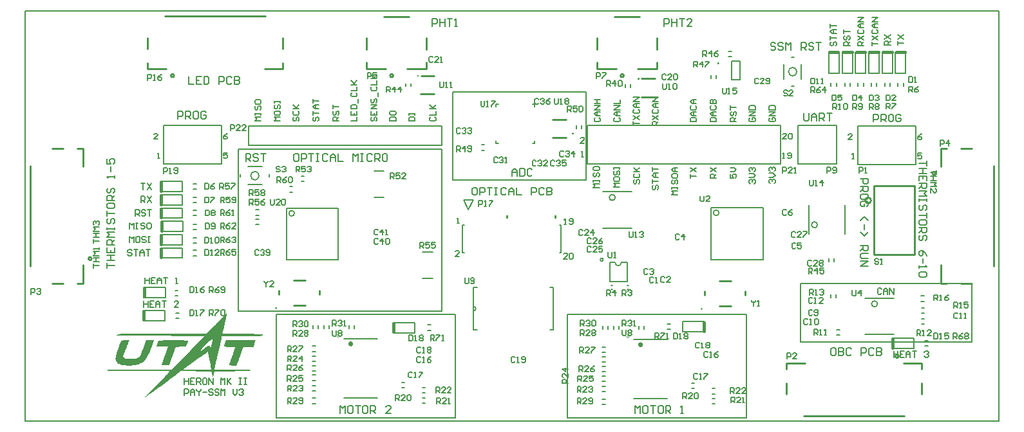
<source format=gto>
G04*
G04 #@! TF.GenerationSoftware,Altium Limited,Altium Designer,18.1.9 (240)*
G04*
G04 Layer_Color=65535*
%FSLAX44Y44*%
%MOMM*%
G71*
G01*
G75*
%ADD10C,0.1524*%
%ADD11C,0.0000*%
%ADD12C,0.2540*%
%ADD13C,0.2000*%
%ADD14C,0.1270*%
%ADD15C,0.2032*%
%ADD16C,0.4000*%
G36*
X632380Y266543D02*
X634920D01*
Y270353D01*
X632380D01*
Y266543D01*
D02*
G37*
G36*
X695880D02*
X698420D01*
Y270353D01*
X695880D01*
Y266543D01*
D02*
G37*
G36*
X265144Y141395D02*
X265143Y141198D01*
X265044Y140705D01*
X264944Y139817D01*
X264647Y138830D01*
X264647Y138731D01*
X264548Y138534D01*
X264547Y138238D01*
X264448Y137844D01*
X264151Y136857D01*
X263952Y135673D01*
X263952Y135575D01*
X263952Y135377D01*
X263852Y134884D01*
X263753Y134292D01*
X263554Y133503D01*
X263356Y132418D01*
X263058Y131037D01*
X262661Y129458D01*
X262661Y129261D01*
X262463Y128768D01*
X262264Y127880D01*
X262066Y126992D01*
X261569Y124822D01*
X261371Y123835D01*
X261271Y122947D01*
X259386Y115450D01*
X259485Y115450D01*
X259583Y115351D01*
X259781Y115351D01*
X260175Y115252D01*
X260767Y115251D01*
X261656Y115151D01*
X262741Y115051D01*
X264122Y114951D01*
X265898Y114948D01*
X266984Y114848D01*
X269352Y114845D01*
X270635Y114745D01*
X275470Y114738D01*
X277345Y114637D01*
X300633Y114607D01*
X302607Y114506D01*
X307540Y114499D01*
X308724Y114399D01*
X310007Y114397D01*
X310599Y114298D01*
X311191Y114198D01*
X311783Y114099D01*
X312375Y113901D01*
X312769Y113604D01*
X312867Y113209D01*
X312768Y113012D01*
X312670Y112815D01*
X312472Y112618D01*
X311978Y112421D01*
X311386Y112224D01*
X310498Y112028D01*
X309313Y111931D01*
X305070Y111937D01*
X303689Y111840D01*
X274776Y111878D01*
X272308Y111782D01*
X267276Y111789D01*
X264907Y111693D01*
X261947Y111697D01*
X261157Y111599D01*
X259776Y111601D01*
X259282Y111503D01*
X258888Y111504D01*
X258690Y111405D01*
X258592Y111405D01*
X258591Y111307D01*
X258591Y110912D01*
X258492Y110616D01*
X258491Y110221D01*
X258392Y109728D01*
X258292Y109037D01*
X258094Y108248D01*
X257896Y107360D01*
X257697Y106275D01*
X257498Y104993D01*
X257200Y103611D01*
X256803Y102033D01*
X256406Y100159D01*
X255910Y98186D01*
X255910Y98087D01*
X255811Y97890D01*
X255712Y97397D01*
X255612Y96805D01*
X255414Y96114D01*
X255215Y95128D01*
X254918Y94043D01*
X254620Y92859D01*
X254322Y91379D01*
X253925Y89801D01*
X253528Y88025D01*
X253131Y86052D01*
X252635Y83882D01*
X252139Y81613D01*
X251543Y79146D01*
X250948Y76483D01*
X249061Y67604D01*
X280737Y67563D01*
X282908Y67461D01*
X287447Y67455D01*
X289618Y67354D01*
X291591Y67253D01*
X293466Y67250D01*
X295045Y67149D01*
X295637Y67050D01*
X296229Y67049D01*
X296624Y66950D01*
X296919Y66851D01*
X297117Y66851D01*
X297215Y66752D01*
X297018Y66653D01*
X296820Y66555D01*
X296426Y66457D01*
X295932Y66359D01*
X295142Y66261D01*
X294156Y66164D01*
X292873Y66067D01*
X291195Y65970D01*
X290208Y65873D01*
X289221Y65874D01*
X288037Y65777D01*
X286853Y65680D01*
X285471Y65682D01*
X283991Y65585D01*
X282412Y65587D01*
X280734Y65491D01*
X276886Y65496D01*
X274813Y65400D01*
X272544Y65403D01*
X248564Y65138D01*
X247968Y61882D01*
X247968Y61784D01*
X247869Y61389D01*
X247671Y60896D01*
X247473Y60304D01*
X247274Y59614D01*
X247076Y59120D01*
X246780Y58627D01*
X246582Y58430D01*
X246483Y58431D01*
X246385Y58529D01*
X246287Y58727D01*
X246188Y59023D01*
X246090Y59418D01*
X246091Y60010D01*
X246091Y60108D01*
X246092Y60602D01*
X245994Y61194D01*
X245896Y61885D01*
X245798Y62773D01*
X245504Y63662D01*
X245209Y64550D01*
X244716Y65439D01*
X204159Y65492D01*
X201196Y63325D01*
X201098Y63325D01*
X200999Y63128D01*
X200702Y62931D01*
X200307Y62635D01*
X199912Y62340D01*
X199319Y61847D01*
X197936Y60764D01*
X196158Y59384D01*
X193985Y57808D01*
X191615Y55936D01*
X188849Y53868D01*
X185886Y51701D01*
X182626Y49238D01*
X179169Y46677D01*
X175416Y44018D01*
X171563Y41161D01*
X167514Y38305D01*
X163365Y35350D01*
X159020Y32296D01*
X157439Y31213D01*
X157538Y31311D01*
X157637Y31410D01*
X157835Y31706D01*
X158131Y32001D01*
X158526Y32494D01*
X159120Y33184D01*
X159811Y33973D01*
X160108Y34268D01*
X160305Y34465D01*
X160602Y34761D01*
X161096Y35254D01*
X161689Y35845D01*
X162479Y36634D01*
X163368Y37619D01*
X164554Y38703D01*
X165839Y40083D01*
X167420Y41758D01*
X169297Y43631D01*
X171471Y45898D01*
X173843Y48362D01*
X174040Y48559D01*
X174435Y48953D01*
X175127Y49643D01*
X176016Y50628D01*
X177103Y51712D01*
X178289Y52895D01*
X180858Y55655D01*
X183526Y58414D01*
X184811Y59794D01*
X185996Y60977D01*
X186985Y62061D01*
X187775Y63046D01*
X188467Y63736D01*
X188764Y64131D01*
X189851Y65511D01*
X137354Y65579D01*
X133801Y65683D01*
X126104Y65693D01*
X122157Y65796D01*
X118309Y65900D01*
X114757Y66004D01*
X113079Y66006D01*
X111599Y66106D01*
X110119Y66108D01*
X108836Y66209D01*
X107751Y66309D01*
X106764Y66310D01*
X106074Y66410D01*
X105482Y66509D01*
X105087Y66608D01*
X104988Y66707D01*
X105087Y66806D01*
X105285Y66805D01*
X105680Y66904D01*
X106370Y67001D01*
X107357Y67099D01*
X107949Y67098D01*
X108640Y67196D01*
X109528Y67194D01*
X110515Y67292D01*
X111601Y67291D01*
X112884Y67387D01*
X114265Y67386D01*
X115745Y67482D01*
X119298Y67478D01*
X121370Y67574D01*
X123640Y67571D01*
X126008Y67666D01*
X131534Y67659D01*
X134495Y67754D01*
X192321Y67678D01*
X205265Y80589D01*
X205462Y80786D01*
X205956Y81278D01*
X206846Y82264D01*
X208130Y83545D01*
X209810Y85220D01*
X211786Y87290D01*
X214158Y89655D01*
X215442Y91035D01*
X216826Y92514D01*
X216924Y92612D01*
X217122Y92908D01*
X217517Y93302D01*
X218110Y93795D01*
X218703Y94485D01*
X219395Y95175D01*
X220976Y96850D01*
X222656Y98525D01*
X224237Y100300D01*
X225620Y101679D01*
X226213Y102270D01*
X226707Y102763D01*
X235600Y111929D01*
X149157Y112042D01*
X143730Y112148D01*
X127349Y112169D01*
X125573Y112270D01*
X121725Y112275D01*
X120935Y112375D01*
X120245Y112376D01*
X120245Y112474D01*
X120344Y112671D01*
X120443Y112869D01*
X120641Y113263D01*
X121036Y113559D01*
X121530Y113953D01*
X122319Y114248D01*
X123307Y114444D01*
X123504Y114444D01*
X123701Y114542D01*
X124392Y114541D01*
X124886Y114639D01*
X125478Y114638D01*
X126267Y114736D01*
X127057Y114834D01*
X128142Y114832D01*
X129228Y114930D01*
X131991Y114926D01*
X133570Y115022D01*
X145609Y115007D01*
X147385Y114906D01*
X162483Y114886D01*
X164357Y114785D01*
X237775Y114689D01*
X248051Y124938D01*
X248149Y125037D01*
X248347Y125234D01*
X248841Y125726D01*
X249434Y126318D01*
X250323Y127106D01*
X251311Y128190D01*
X252596Y129471D01*
X254177Y131048D01*
X254275Y131147D01*
X254374Y131245D01*
X254967Y131837D01*
X255758Y132724D01*
X256746Y133808D01*
X257932Y134991D01*
X259216Y136370D01*
X260501Y137652D01*
X261687Y138933D01*
X261785Y139031D01*
X262181Y139425D01*
X262675Y139918D01*
X263268Y140608D01*
X263959Y141199D01*
X264453Y141692D01*
X264947Y142086D01*
X265145Y142185D01*
X265144Y141395D01*
D02*
G37*
G36*
X165616Y95837D02*
X165517Y95640D01*
X165417Y95245D01*
X165120Y94555D01*
X164823Y93568D01*
X164328Y92484D01*
X163833Y91201D01*
X163239Y89820D01*
X162547Y88341D01*
X161161Y85383D01*
X160370Y83904D01*
X159480Y82523D01*
X158689Y81143D01*
X157799Y80058D01*
X157008Y79073D01*
X156119Y78284D01*
X156021Y78186D01*
X155823Y78087D01*
X155428Y77792D01*
X154934Y77398D01*
X154243Y77004D01*
X153453Y76610D01*
X152465Y76118D01*
X151379Y75626D01*
X150096Y75036D01*
X148714Y74544D01*
X147134Y74152D01*
X145357Y73759D01*
X143482Y73367D01*
X141409Y73074D01*
X139238Y72978D01*
X136870Y72882D01*
X135784Y72884D01*
X134995Y72983D01*
X134107Y72984D01*
X133022Y73085D01*
X131838Y73185D01*
X130555Y73384D01*
X127990Y73881D01*
X125425Y74575D01*
X124143Y75070D01*
X123058Y75565D01*
X122072Y76257D01*
X121185Y76948D01*
X121087Y77047D01*
X120791Y77344D01*
X120397Y77936D01*
X120003Y78529D01*
X119609Y79319D01*
X119216Y80306D01*
X118921Y81293D01*
X118824Y82379D01*
X118824Y82478D01*
X118824Y82576D01*
X118825Y82872D01*
X118924Y83267D01*
X119023Y83859D01*
X119222Y84648D01*
X119420Y85536D01*
X119718Y86720D01*
X120114Y88002D01*
X120511Y89580D01*
X121105Y91454D01*
X121799Y93526D01*
X122591Y95893D01*
X123582Y98556D01*
X124671Y101515D01*
X125859Y104770D01*
X125860Y104869D01*
X126057Y105066D01*
X126354Y105263D01*
X126847Y105657D01*
X127539Y105952D01*
X128526Y106148D01*
X129907Y106343D01*
X130697Y106441D01*
X136716Y106433D01*
X136716Y106335D01*
X136617Y106039D01*
X136419Y105546D01*
X136122Y104855D01*
X135825Y103968D01*
X135429Y102882D01*
X135033Y101699D01*
X134537Y100318D01*
X133943Y98740D01*
X133349Y97162D01*
X132656Y95386D01*
X131963Y93414D01*
X131270Y91441D01*
X130477Y89370D01*
X128794Y84833D01*
X128892Y84734D01*
X128991Y84635D01*
X129287Y84339D01*
X129582Y83944D01*
X129681Y83845D01*
X129878Y83647D01*
X130174Y83450D01*
X130272Y83252D01*
X130469Y83153D01*
X130568Y83054D01*
X130863Y82758D01*
X130962Y82659D01*
X131159Y82560D01*
X131356Y82461D01*
X131652Y82362D01*
X131948Y82362D01*
X132244Y82263D01*
X132540Y82065D01*
X132639Y82065D01*
X132935Y81966D01*
X133329Y81867D01*
X133822Y81767D01*
X134711Y81766D01*
X135302Y81667D01*
X135895Y81666D01*
X136585Y81566D01*
X140434Y81561D01*
X140927Y81659D01*
X141519Y81659D01*
X142309Y81756D01*
X143888Y81952D01*
X145665Y82245D01*
X147442Y82835D01*
X148923Y83524D01*
X149614Y84016D01*
X150207Y84509D01*
X150306Y84607D01*
X150504Y85002D01*
X150800Y85594D01*
X151097Y86087D01*
X151295Y86678D01*
X151691Y87369D01*
X151988Y88158D01*
X152482Y89144D01*
X152879Y90229D01*
X153472Y91412D01*
X154066Y92892D01*
X154660Y94371D01*
X155353Y96146D01*
X159116Y106108D01*
X159215Y106108D01*
X159511Y106206D01*
X159906Y106206D01*
X160498Y106304D01*
X161189Y106303D01*
X162077Y106400D01*
X166320Y106395D01*
X167899Y106491D01*
X168689Y106490D01*
X169379Y106588D01*
X165616Y95837D01*
D02*
G37*
G36*
X200956Y106349D02*
X202733Y106248D01*
X204607Y106246D01*
X206383Y106145D01*
X208160Y106143D01*
X209738Y106042D01*
X211218Y105941D01*
X212501Y105841D01*
X213488Y105741D01*
X213784Y105642D01*
X214080Y105641D01*
X214178Y105543D01*
X214277Y105444D01*
X214277Y105246D01*
X214178Y105049D01*
X214079Y104655D01*
X213979Y104161D01*
X213682Y103372D01*
X213385Y102485D01*
X212890Y101400D01*
X211800Y97947D01*
X211405Y97948D01*
X210912Y97850D01*
X210122Y97851D01*
X209234Y97753D01*
X208050Y97755D01*
X206570Y97658D01*
X202425Y97664D01*
X201241Y97566D01*
X200156Y97568D01*
X198971Y97471D01*
X197984Y97373D01*
X196697Y93921D01*
X196598Y93823D01*
X196499Y93329D01*
X196301Y93034D01*
X196202Y92541D01*
X196004Y92047D01*
X195707Y91357D01*
X195508Y90568D01*
X195112Y89680D01*
X194815Y88694D01*
X194419Y87609D01*
X193924Y86327D01*
X193429Y84946D01*
X192933Y83368D01*
X192339Y81691D01*
X189368Y73110D01*
X182953Y73118D01*
X182065Y73218D01*
X181177Y73219D01*
X180388Y73319D01*
X179796Y73418D01*
X179697Y73517D01*
X179599Y73616D01*
X183661Y85847D01*
X187722Y97683D01*
X177854Y97696D01*
X176473Y97796D01*
X174993Y97798D01*
X173809Y97898D01*
X173315Y97998D01*
X172921Y97998D01*
X172723Y98097D01*
X172625Y98196D01*
X172625Y98393D01*
X172724Y98788D01*
X172922Y99380D01*
X173220Y100267D01*
X173418Y100859D01*
X173715Y101550D01*
X173913Y102339D01*
X174309Y103226D01*
X174705Y104311D01*
X175101Y105495D01*
X175200Y105495D01*
X175299Y105593D01*
X175496Y105593D01*
X175792Y105691D01*
X176286Y105789D01*
X176878Y105887D01*
X177766Y105985D01*
X178852Y105983D01*
X180135Y106081D01*
X181714Y106177D01*
X183687Y106273D01*
X185858Y106270D01*
X188424Y106366D01*
X200956Y106349D01*
D02*
G37*
G36*
X303484Y106215D02*
X301800Y101876D01*
X300413Y97536D01*
X286697Y97554D01*
X286598Y97356D01*
X286400Y96764D01*
X286103Y95877D01*
X285607Y94496D01*
X285013Y92720D01*
X284320Y90649D01*
X283923Y89466D01*
X283428Y88183D01*
X282933Y86704D01*
X282438Y85224D01*
X282438Y85126D01*
X282339Y84830D01*
X282141Y84435D01*
X281943Y83843D01*
X281744Y83251D01*
X281447Y82463D01*
X280853Y80588D01*
X280159Y78616D01*
X279367Y76643D01*
X278674Y74671D01*
X277981Y72994D01*
X271567Y73002D01*
X270580Y73102D01*
X269594Y73103D01*
X268804Y73203D01*
X268212Y73303D01*
X268114Y73401D01*
X268015Y73500D01*
X268015Y73599D01*
X268114Y73796D01*
X268115Y73994D01*
X268214Y74289D01*
X268313Y74684D01*
X268511Y75276D01*
X268709Y75868D01*
X269006Y76657D01*
X269303Y77643D01*
X269700Y78827D01*
X270195Y80208D01*
X270690Y81687D01*
X271383Y83561D01*
X272077Y85534D01*
X272077Y85632D01*
X272275Y86027D01*
X272473Y86619D01*
X272671Y87309D01*
X273067Y88197D01*
X273364Y89183D01*
X274157Y91353D01*
X274850Y93523D01*
X275246Y94509D01*
X275543Y95397D01*
X275742Y96088D01*
X275940Y96679D01*
X276138Y97074D01*
X276138Y97271D01*
X276039Y97271D01*
X275546Y97371D01*
X274855Y97372D01*
X273967Y97472D01*
X272882Y97473D01*
X271698Y97573D01*
X265086Y97582D01*
X263606Y97682D01*
X262422Y97684D01*
X261929Y97783D01*
X261534Y97784D01*
X261337Y97883D01*
X261238Y97883D01*
X261238Y97982D01*
X261238Y98080D01*
X261338Y98376D01*
X261437Y98869D01*
X261536Y99461D01*
X261833Y100250D01*
X262131Y101237D01*
X262626Y102420D01*
X264210Y106267D01*
X303484Y106215D01*
D02*
G37*
%LPC*%
G36*
X246648Y108954D02*
X246451Y108757D01*
X245957Y108363D01*
X245166Y107673D01*
X244080Y106786D01*
X242796Y105703D01*
X241412Y104520D01*
X239930Y103141D01*
X238448Y101662D01*
X235385Y98706D01*
X234002Y97228D01*
X232717Y95848D01*
X231630Y94566D01*
X230839Y93285D01*
X230344Y92298D01*
X230146Y91411D01*
X230442Y91706D01*
X230541Y91706D01*
X230640Y91805D01*
X230936Y91903D01*
X231331Y92198D01*
X231430Y92297D01*
X231825Y92593D01*
X232319Y92987D01*
X233010Y93578D01*
X233208Y93676D01*
X233702Y94070D01*
X234393Y94662D01*
X235282Y95450D01*
X235381Y95548D01*
X235480Y95647D01*
X235776Y95844D01*
X236171Y96139D01*
X237159Y96829D01*
X238246Y97617D01*
X238344Y97715D01*
X238740Y98011D01*
X239332Y98405D01*
X239925Y98897D01*
X240616Y99291D01*
X241209Y99685D01*
X241604Y99981D01*
X241900Y100079D01*
X241999Y100079D01*
X242097Y99980D01*
X242294Y99782D01*
X242491Y99388D01*
X242787Y98894D01*
X243082Y98203D01*
X243475Y97314D01*
X243475Y97215D01*
X243574Y97116D01*
X243771Y96721D01*
X243869Y96623D01*
X244066Y96622D01*
X244165Y96820D01*
X244265Y97313D01*
X244265Y97510D01*
X244463Y98003D01*
X244662Y98891D01*
X245058Y100075D01*
X245058Y100174D01*
X245058Y100272D01*
X245059Y100766D01*
X245158Y101456D01*
X245356Y101949D01*
X245356Y102048D01*
X245455Y102245D01*
X245456Y102541D01*
X245555Y102936D01*
X245753Y103923D01*
X246051Y105205D01*
X246250Y106389D01*
X246449Y107573D01*
X246549Y108461D01*
X246648Y108757D01*
X246648Y108954D01*
D02*
G37*
G36*
X240112Y91102D02*
X240013Y91003D01*
X239816Y90905D01*
X239520Y90708D01*
X239125Y90511D01*
X238532Y90117D01*
X237840Y89624D01*
X236952Y89033D01*
X235766Y88246D01*
X234482Y87359D01*
X232902Y86276D01*
X231025Y84897D01*
X228951Y83419D01*
X226482Y81646D01*
X223716Y79578D01*
X207715Y67954D01*
X217188Y67646D01*
X235542Y67622D01*
X244720Y67906D01*
X242563Y79257D01*
X242564Y79356D01*
X242465Y79750D01*
X242368Y80343D01*
X242270Y81132D01*
X242074Y82021D01*
X241878Y83008D01*
X241486Y85179D01*
X241094Y87351D01*
X240799Y88338D01*
X240702Y89226D01*
X240505Y90016D01*
X240407Y90608D01*
X240309Y91003D01*
X240211Y91102D01*
X240112Y91102D01*
D02*
G37*
%LPD*%
D10*
X1120545Y154119D02*
G03*
X1120545Y154119I-3877J0D01*
G01*
X775686Y294331D02*
G03*
X775686Y294331I-3877J0D01*
G01*
X1041565Y258396D02*
G03*
X1041565Y258396I-3877J0D01*
G01*
X912086Y274080D02*
G03*
X912086Y274080I-3592J0D01*
G01*
X589352Y144814D02*
G03*
X589352Y150910I0J3048D01*
G01*
X353951Y273432D02*
G03*
X353951Y273432I-3592J0D01*
G01*
X670046Y414007D02*
Y417309D01*
Y366001D02*
Y369303D01*
X618738Y366001D02*
X622040D01*
X618738Y414007D02*
Y417309D01*
X666744D02*
X670046D01*
X666744Y366001D02*
X670046D01*
X618738Y417309D02*
X622040D01*
X618738Y366001D02*
Y369303D01*
X969925Y212648D02*
Y280648D01*
X901926Y212648D02*
X969925D01*
X901926D02*
Y280648D01*
X969925D01*
X575230Y221585D02*
X576983D01*
X575230D02*
Y258415D01*
X703018D02*
X704770D01*
Y221585D02*
Y258415D01*
X576500Y290825D02*
X582850Y278125D01*
X576500Y290825D02*
X589200D01*
X582850Y278125D02*
X589200Y290825D01*
X575230Y258415D02*
X576983D01*
X703018Y221585D02*
X704770D01*
X589352Y119922D02*
X594178D01*
X589352D02*
Y144814D01*
Y150910D01*
Y175802D01*
X689682D02*
X694508D01*
Y119922D02*
Y175802D01*
X689682Y119922D02*
X694508D01*
X589352Y175802D02*
X594178D01*
X411791Y212000D02*
Y280000D01*
X343791Y212000D02*
X411791D01*
X343791D02*
Y280000D01*
X411791D01*
D11*
X890500Y147500D02*
G03*
X890500Y147500I-1000J0D01*
G01*
X331025Y148500D02*
G03*
X331025Y148500I-1000J0D01*
G01*
X793971Y110603D02*
G03*
X793971Y110603I-1500J0D01*
G01*
X412971Y111661D02*
G03*
X412971Y111661I-1500J0D01*
G01*
D12*
X87314Y213750D02*
G03*
X87314Y213750I-2074J0D01*
G01*
X1196834Y326250D02*
G03*
X1196834Y326250I-2074J0D01*
G01*
X195824Y454760D02*
G03*
X195824Y454760I-2074J0D01*
G01*
X1148324Y85240D02*
G03*
X1148324Y85240I-2074J0D01*
G01*
X483974Y454760D02*
G03*
X483974Y454760I-2074J0D01*
G01*
X786974D02*
G03*
X786974Y454760I-2074J0D01*
G01*
X1112020Y290400D02*
G03*
X1112020Y290400I-3810J0D01*
G01*
X806549Y450614D02*
G03*
X806549Y450614I-359J0D01*
G01*
X911084Y471063D02*
G03*
X911084Y471063I-254J0D01*
G01*
X720249Y378500D02*
G03*
X720249Y378500I-359J0D01*
G01*
X516549Y454334D02*
G03*
X516549Y454334I-359J0D01*
G01*
X912380Y184510D02*
X927620D01*
X946670Y165460D02*
Y170540D01*
X912380Y151490D02*
X927620D01*
X893330Y165460D02*
Y170540D01*
X352905Y185510D02*
X368145D01*
X387195Y166460D02*
Y171540D01*
X352905Y152490D02*
X368145D01*
X333855Y166460D02*
Y171540D01*
X76350Y181100D02*
Y205230D01*
X68730Y181100D02*
X76350D01*
X6500Y203960D02*
Y336040D01*
X68730Y358900D02*
X70000D01*
X76350Y334770D02*
Y358900D01*
X68730D02*
X76350D01*
X70000D02*
X73810D01*
X35710D02*
X49680D01*
X35710Y181100D02*
X49680D01*
X1203650Y334770D02*
Y358900D01*
X1211270D01*
X1273500Y203960D02*
Y336040D01*
X1210000Y181100D02*
X1211270D01*
X1203650D02*
Y205230D01*
Y181100D02*
X1211270D01*
X1206190D02*
X1210000D01*
X1230320D02*
X1244290D01*
X1230320Y358900D02*
X1244290D01*
X161100Y463650D02*
X185230D01*
X161100D02*
Y471270D01*
X183960Y533500D02*
X316040D01*
X338900Y470000D02*
Y471270D01*
X314770Y463650D02*
X338900D01*
Y471270D01*
Y466190D02*
Y470000D01*
Y490320D02*
Y504290D01*
X161100Y490320D02*
Y504290D01*
X1154770Y76350D02*
X1178900D01*
Y68730D02*
Y76350D01*
X1023960Y6500D02*
X1156040D01*
X1001100Y68730D02*
Y70000D01*
Y76350D02*
X1025230D01*
X1001100Y68730D02*
Y76350D01*
Y70000D02*
Y73810D01*
Y35710D02*
Y49680D01*
X1178900Y35710D02*
Y49680D01*
X496505Y532230D02*
X504760D01*
X471740D02*
X479995D01*
X448880Y463650D02*
X474280D01*
X448880D02*
Y472540D01*
X479995Y532230D02*
X496505D01*
X527620Y463650D02*
Y472540D01*
X502220Y463650D02*
X527620D01*
X448880Y489050D02*
Y504290D01*
X527620Y489050D02*
Y504290D01*
X799505Y532230D02*
X807760D01*
X774740D02*
X782995D01*
X751880Y463650D02*
X777280D01*
X751880D02*
Y472540D01*
X782995Y532230D02*
X799505D01*
X830620Y463650D02*
Y472540D01*
X805220Y463650D02*
X830620D01*
X751880Y489050D02*
Y504290D01*
X830620Y489050D02*
Y504290D01*
X1169170Y219280D02*
Y309958D01*
X1115830Y219280D02*
Y309958D01*
X1169170D01*
X1115830Y219280D02*
X1169170D01*
X810000Y426738D02*
X828000D01*
X810254Y450868D02*
X827780D01*
X693220Y372912D02*
X710746D01*
X693000Y397042D02*
X711000D01*
X520000Y430458D02*
X538000D01*
X520254Y454588D02*
X537780D01*
D13*
X1014500Y460000D02*
G03*
X1014500Y460000I-5500J0D01*
G01*
X307500Y323000D02*
G03*
X307500Y323000I-5500J0D01*
G01*
X775598Y208606D02*
G03*
X783598Y208606I4000J0D01*
G01*
X759992Y212416D02*
G03*
X759992Y212416I-1984J0D01*
G01*
X1007250Y440750D02*
X1010500D01*
X1020500Y450500D02*
Y469500D01*
X1007250Y479250D02*
X1010500D01*
X997250Y450500D02*
Y469500D01*
X282750Y321500D02*
Y324750D01*
X292500Y311500D02*
X311500D01*
X321250Y321500D02*
Y324750D01*
X292500Y334750D02*
X311500D01*
X561913Y317144D02*
Y433000D01*
Y317144D02*
X737000D01*
Y433000D01*
X561913D02*
X737000D01*
X280000Y144990D02*
Y357900D01*
Y144990D02*
X547524D01*
Y357900D01*
X280000D02*
X547524D01*
X1019252Y104000D02*
Y181000D01*
Y104000D02*
X1244290D01*
Y181000D01*
X1019252D02*
X1244290D01*
X759000Y22015D02*
X763000D01*
X759000Y29014D02*
X763000D01*
X712982Y4000D02*
Y140000D01*
Y4000D02*
X948482D01*
Y140000D01*
X712982D02*
X948482D01*
X330000D02*
X565501D01*
Y4000D02*
Y140000D01*
X330000Y4000D02*
X565501D01*
X330000D02*
Y140000D01*
X789058Y439280D02*
Y443280D01*
X796058Y439280D02*
Y443280D01*
X1144222Y457547D02*
Y485797D01*
Y457547D02*
X1157722D01*
Y485797D01*
X1154472Y441297D02*
Y445297D01*
X1147472Y441297D02*
Y445297D01*
X1136972Y441297D02*
Y445297D01*
X1129972Y441297D02*
Y445297D01*
X1126722Y457547D02*
Y485797D01*
Y457547D02*
X1140222D01*
Y485797D01*
X1119473Y441297D02*
Y445297D01*
X1112472Y441297D02*
Y445297D01*
X1109222Y457547D02*
Y485797D01*
Y457547D02*
X1122722D01*
Y485797D01*
X1091722Y457547D02*
Y485797D01*
Y457547D02*
X1105222D01*
Y485797D01*
X1101972Y441297D02*
Y445297D01*
X1094972Y441297D02*
Y445297D01*
X1084472Y441297D02*
Y445297D01*
X1077472Y441297D02*
Y445297D01*
X1074222Y457547D02*
Y485797D01*
Y457547D02*
X1087722D01*
Y485797D01*
X1056250Y457750D02*
Y486000D01*
Y457750D02*
X1069750D01*
Y486000D01*
X1066500Y440792D02*
Y444792D01*
X1059500Y440792D02*
Y444792D01*
X924562Y479993D02*
X928562D01*
X924562Y486993D02*
X928562D01*
X901310Y451243D02*
Y455243D01*
X908310Y451243D02*
Y455243D01*
X937754Y473603D02*
X940040D01*
X931404D02*
X937754D01*
X940040Y449473D02*
Y473603D01*
X928864Y449473D02*
Y473603D01*
Y449473D02*
X940040D01*
X928864Y473603D02*
X931404D01*
X1177582Y164694D02*
X1181582D01*
X1177582Y157693D02*
X1181582D01*
X1178272Y141938D02*
X1182272D01*
X1178272Y148939D02*
X1182272D01*
X1178272Y127270D02*
X1182272D01*
X1178272Y134270D02*
X1182272D01*
X1183000Y98500D02*
X1187000D01*
X1183000Y105500D02*
X1187000D01*
X1140000Y95250D02*
X1168250D01*
Y108750D01*
X1140000D02*
X1168250D01*
X1059272Y162813D02*
Y166813D01*
X1066272Y162813D02*
Y166813D01*
X1067000Y120059D02*
X1071000D01*
X1067000Y113059D02*
X1071000D01*
X903000Y29441D02*
X907000D01*
X903000Y22441D02*
X907000D01*
X864750Y130750D02*
X893000D01*
X864750Y117250D02*
Y130750D01*
Y117250D02*
X893000D01*
X844000Y127647D02*
X848000D01*
X844000Y120647D02*
X848000D01*
X806500Y121000D02*
Y125000D01*
X813500Y121000D02*
Y125000D01*
X759444Y121001D02*
Y125001D01*
X766443Y121001D02*
Y125001D01*
X759000Y45500D02*
X763000D01*
X759000Y38500D02*
X763000D01*
X759000Y65002D02*
X763000D01*
X759000Y72002D02*
X763000D01*
X759000Y90500D02*
X763000D01*
X759000Y97500D02*
X763000D01*
X758550Y338191D02*
X993500D01*
X758550Y388991D02*
X993500D01*
X739500D02*
X758550D01*
X739500Y338191D02*
Y388991D01*
Y338191D02*
X758550D01*
X993500D02*
Y388991D01*
X731500Y385000D02*
Y389000D01*
X724500Y385000D02*
Y389000D01*
X600000Y363686D02*
X604000D01*
X600000Y356686D02*
X604000D01*
X507500Y440608D02*
Y444608D01*
X500500Y440608D02*
Y444608D01*
X432500Y122059D02*
Y126059D01*
X425500Y122059D02*
Y126059D01*
X522000Y30500D02*
X526000D01*
X522000Y23500D02*
X526000D01*
X529000Y119500D02*
X533000D01*
X529000Y126500D02*
X533000D01*
X484000Y116250D02*
X512250D01*
Y129750D01*
X484000D02*
X512250D01*
X385443Y122059D02*
Y126059D01*
X378444Y122059D02*
Y126059D01*
X378000Y98559D02*
X382000D01*
X378000Y91559D02*
X382000D01*
X378000Y73062D02*
X382000D01*
X378000Y66061D02*
X382000D01*
X378000Y39559D02*
X382000D01*
X378000Y46559D02*
X382000D01*
X378000Y30074D02*
X382000D01*
X378000Y23074D02*
X382000D01*
X522754Y222272D02*
X535500D01*
X522754Y187474D02*
X535500D01*
X458500Y294728D02*
X471246D01*
X458500Y329526D02*
X471246D01*
X303459Y258500D02*
X307459D01*
X303459Y265500D02*
X307459D01*
X303458Y271148D02*
X307458D01*
X303458Y278148D02*
X307458D01*
X347700Y308500D02*
X351700D01*
X347700Y301500D02*
X351700D01*
X362775Y315500D02*
X366775D01*
X362775Y322500D02*
X366775D01*
X547700Y363178D02*
Y388578D01*
X293700Y363178D02*
X547700D01*
X293700D02*
Y388578D01*
X312750D01*
X547700D01*
X209417Y338191D02*
X258100D01*
X181900D02*
X258100D01*
X181900Y388991D02*
X258100D01*
X181900Y338191D02*
Y388991D01*
X258100Y338191D02*
Y388991D01*
X155500Y132250D02*
X183750D01*
Y145750D01*
X155500D02*
X183750D01*
X198000Y135500D02*
X202000D01*
X198000Y142500D02*
X202000D01*
X197000Y165040D02*
X201000D01*
X197000Y172040D02*
X201000D01*
X156000Y162750D02*
X184250D01*
Y176250D01*
X156000D02*
X184250D01*
X178442Y214500D02*
X206692D01*
Y228000D01*
X178442D02*
X206692D01*
X178442Y232000D02*
X206692D01*
Y245500D01*
X178442D02*
X206692D01*
X178942Y249500D02*
X207192D01*
Y263000D01*
X178942D02*
X207192D01*
X178042Y284500D02*
X206292D01*
Y298000D01*
X178042D02*
X206292D01*
X178042Y267000D02*
X206293D01*
Y280500D01*
X178042D02*
X206293D01*
X178042Y302000D02*
X206293D01*
Y315500D01*
X178042D02*
X206293D01*
X221000Y277500D02*
X225000D01*
X221000Y270500D02*
X225000D01*
X221000Y305250D02*
X225000D01*
X221000Y312250D02*
X225000D01*
X221000Y224750D02*
X225000D01*
X221000Y217750D02*
X225000D01*
X221000Y241500D02*
X225000D01*
X221000Y234500D02*
X225000D01*
X221000Y259249D02*
X225000D01*
X221000Y252250D02*
X225000D01*
X221000Y294750D02*
X225000D01*
X221000Y287750D02*
X225000D01*
X768422Y208820D02*
X775534D01*
X783662D02*
X791282D01*
Y183820D02*
Y208820D01*
X768422Y183820D02*
X791282D01*
X768422D02*
Y208820D01*
X903000Y42752D02*
X907000D01*
X903000Y35752D02*
X907000D01*
X759000Y77501D02*
X763000D01*
X759000Y84500D02*
X763000D01*
X759000Y52500D02*
X763000D01*
X759000Y59500D02*
X763000D01*
X773500Y121000D02*
Y125000D01*
X780500Y121000D02*
Y125000D01*
X1016300Y389100D02*
X1067100D01*
X1016300Y338300D02*
Y389100D01*
X1067100Y338300D02*
Y389100D01*
X1016300Y338300D02*
X1067100D01*
X1171100Y337550D02*
Y388350D01*
X1094900Y337550D02*
Y388350D01*
X1171100D01*
X1094900Y337550D02*
X1171100D01*
X1122417D02*
X1171100D01*
X378000Y60559D02*
X382000D01*
X378000Y53559D02*
X382000D01*
X399500Y122059D02*
Y126059D01*
X392500Y122059D02*
Y126059D01*
X378000Y85559D02*
X382000D01*
X378000Y78559D02*
X382000D01*
X495000Y50746D02*
X499000D01*
X495000Y43745D02*
X499000D01*
X522000Y36811D02*
X526000D01*
X522000Y43811D02*
X526000D01*
X1056794Y210000D02*
Y214000D01*
X1063794Y210000D02*
Y214000D01*
X876000Y42687D02*
X880000D01*
X876000Y49686D02*
X880000D01*
X209500Y56394D02*
Y48397D01*
Y52396D01*
X214832D01*
Y56394D01*
Y48397D01*
X222829Y56394D02*
X217497D01*
Y48397D01*
X222829D01*
X217497Y52396D02*
X220163D01*
X225495Y48397D02*
Y56394D01*
X229494D01*
X230826Y55061D01*
Y52396D01*
X229494Y51063D01*
X225495D01*
X228161D02*
X230826Y48397D01*
X237491Y56394D02*
X234825D01*
X233492Y55061D01*
Y49730D01*
X234825Y48397D01*
X237491D01*
X238824Y49730D01*
Y55061D01*
X237491Y56394D01*
X241490Y48397D02*
Y56394D01*
X246821Y48397D01*
Y56394D01*
X257484Y48397D02*
Y56394D01*
X260150Y53728D01*
X262816Y56394D01*
Y48397D01*
X265482Y56394D02*
Y48397D01*
Y51063D01*
X270814Y56394D01*
X266815Y52396D01*
X270814Y48397D01*
X281477Y56394D02*
X284143D01*
X282810D01*
Y48397D01*
X281477D01*
X284143D01*
X288141Y56394D02*
X290807D01*
X289474D01*
Y48397D01*
X288141D01*
X290807D01*
X209500Y34000D02*
Y41997D01*
X213499D01*
X214832Y40665D01*
Y37999D01*
X213499Y36666D01*
X209500D01*
X217497Y34000D02*
Y39332D01*
X220163Y41997D01*
X222829Y39332D01*
Y34000D01*
Y37999D01*
X217497D01*
X225495Y41997D02*
Y40665D01*
X228161Y37999D01*
X230826Y40665D01*
Y41997D01*
X228161Y37999D02*
Y34000D01*
X233492Y37999D02*
X238824D01*
X246821Y40665D02*
X245488Y41997D01*
X242823D01*
X241490Y40665D01*
Y39332D01*
X242823Y37999D01*
X245488D01*
X246821Y36666D01*
Y35333D01*
X245488Y34000D01*
X242823D01*
X241490Y35333D01*
X254819Y40665D02*
X253486Y41997D01*
X250820D01*
X249487Y40665D01*
Y39332D01*
X250820Y37999D01*
X253486D01*
X254819Y36666D01*
Y35333D01*
X253486Y34000D01*
X250820D01*
X249487Y35333D01*
X257484Y34000D02*
Y41997D01*
X260150Y39332D01*
X262816Y41997D01*
Y34000D01*
X273479Y41997D02*
Y36666D01*
X276145Y34000D01*
X278811Y36666D01*
Y41997D01*
X281477Y40665D02*
X282810Y41997D01*
X285476D01*
X286808Y40665D01*
Y39332D01*
X285476Y37999D01*
X284143D01*
X285476D01*
X286808Y36666D01*
Y35333D01*
X285476Y34000D01*
X282810D01*
X281477Y35333D01*
X840000Y520000D02*
Y529997D01*
X844998D01*
X846665Y528331D01*
Y524998D01*
X844998Y523332D01*
X840000D01*
X849997Y529997D02*
Y520000D01*
Y524998D01*
X856661D01*
Y529997D01*
Y520000D01*
X859994Y529997D02*
X866658D01*
X863326D01*
Y520000D01*
X876655D02*
X869990D01*
X876655Y526665D01*
Y528331D01*
X874989Y529997D01*
X871656D01*
X869990Y528331D01*
X535000Y520000D02*
Y529997D01*
X539999D01*
X541665Y528331D01*
Y524998D01*
X539999Y523332D01*
X535000D01*
X544997Y529997D02*
Y520000D01*
Y524998D01*
X551661D01*
Y529997D01*
Y520000D01*
X554994Y529997D02*
X561658D01*
X558326D01*
Y520000D01*
X564991D02*
X568323D01*
X566657D01*
Y529997D01*
X564991Y528331D01*
X640000Y322449D02*
Y329113D01*
X643332Y332445D01*
X646665Y329113D01*
Y322449D01*
Y327447D01*
X640000D01*
X649997Y332445D02*
Y322449D01*
X654995D01*
X656661Y324115D01*
Y330779D01*
X654995Y332445D01*
X649997D01*
X666658Y330779D02*
X664992Y332445D01*
X661660D01*
X659994Y330779D01*
Y324115D01*
X661660Y322449D01*
X664992D01*
X666658Y324115D01*
X357903Y351997D02*
X354571D01*
X352905Y350331D01*
Y343666D01*
X354571Y342000D01*
X357903D01*
X359569Y343666D01*
Y350331D01*
X357903Y351997D01*
X362901Y342000D02*
Y351997D01*
X367900D01*
X369566Y350331D01*
Y346998D01*
X367900Y345332D01*
X362901D01*
X372898Y351997D02*
X379563D01*
X376231D01*
Y342000D01*
X382895Y351997D02*
X386227D01*
X384561D01*
Y342000D01*
X382895D01*
X386227D01*
X397890Y350331D02*
X396224Y351997D01*
X392892D01*
X391226Y350331D01*
Y343666D01*
X392892Y342000D01*
X396224D01*
X397890Y343666D01*
X401222Y342000D02*
Y348665D01*
X404555Y351997D01*
X407887Y348665D01*
Y342000D01*
Y346998D01*
X401222D01*
X411219Y351997D02*
Y342000D01*
X417884D01*
X431213D02*
Y351997D01*
X434545Y348665D01*
X437877Y351997D01*
Y342000D01*
X441209Y351997D02*
X444542D01*
X442876D01*
Y342000D01*
X441209D01*
X444542D01*
X456205Y350331D02*
X454539Y351997D01*
X451206D01*
X449540Y350331D01*
Y343666D01*
X451206Y342000D01*
X454539D01*
X456205Y343666D01*
X459537Y342000D02*
Y351997D01*
X464535D01*
X466202Y350331D01*
Y346998D01*
X464535Y345332D01*
X459537D01*
X462869D02*
X466202Y342000D01*
X474532Y351997D02*
X471200D01*
X469534Y350331D01*
Y343666D01*
X471200Y342000D01*
X474532D01*
X476198Y343666D01*
Y350331D01*
X474532Y351997D01*
X1125876Y173477D02*
X1124543Y174810D01*
X1121878D01*
X1120545Y173477D01*
Y168146D01*
X1121878Y166813D01*
X1124543D01*
X1125876Y168146D01*
X1128542Y166813D02*
Y172145D01*
X1131208Y174810D01*
X1133874Y172145D01*
Y166813D01*
Y170812D01*
X1128542D01*
X1136540Y166813D02*
Y174810D01*
X1141871Y166813D01*
Y174810D01*
X1142272Y91997D02*
Y84000D01*
Y87999D01*
X1147604D01*
Y91997D01*
Y84000D01*
X1155601Y91997D02*
X1150269D01*
Y84000D01*
X1155601D01*
X1150269Y87999D02*
X1152935D01*
X1158267Y84000D02*
Y89331D01*
X1160933Y91997D01*
X1163598Y89331D01*
Y84000D01*
Y87999D01*
X1158267D01*
X1166264Y91997D02*
X1171596D01*
X1168930D01*
Y84000D01*
X1182259Y90664D02*
X1183592Y91997D01*
X1186258D01*
X1187591Y90664D01*
Y89331D01*
X1186258Y87999D01*
X1184925D01*
X1186258D01*
X1187591Y86666D01*
Y85333D01*
X1186258Y84000D01*
X1183592D01*
X1182259Y85333D01*
X156000Y157997D02*
Y150000D01*
Y153999D01*
X161332D01*
Y157997D01*
Y150000D01*
X169329Y157997D02*
X163997D01*
Y150000D01*
X169329D01*
X163997Y153999D02*
X166663D01*
X171995Y150000D02*
Y155332D01*
X174661Y157997D01*
X177326Y155332D01*
Y150000D01*
Y153999D01*
X171995D01*
X179992Y157997D02*
X185324D01*
X182658D01*
Y150000D01*
X201319D02*
X195987D01*
X201319Y155332D01*
Y156664D01*
X199986Y157997D01*
X197320D01*
X195987Y156664D01*
X157750Y188997D02*
Y181000D01*
Y184999D01*
X163082D01*
Y188997D01*
Y181000D01*
X171079Y188997D02*
X165748D01*
Y181000D01*
X171079D01*
X165748Y184999D02*
X168414D01*
X173745Y181000D02*
Y186332D01*
X176411Y188997D01*
X179077Y186332D01*
Y181000D01*
Y184999D01*
X173745D01*
X181742Y188997D02*
X187074D01*
X184408D01*
Y181000D01*
X197737D02*
X200403D01*
X199070D01*
Y188997D01*
X197737Y187665D01*
X592498Y307497D02*
X589166D01*
X587500Y305831D01*
Y299166D01*
X589166Y297500D01*
X592498D01*
X594165Y299166D01*
Y305831D01*
X592498Y307497D01*
X597497Y297500D02*
Y307497D01*
X602495D01*
X604161Y305831D01*
Y302498D01*
X602495Y300832D01*
X597497D01*
X607494Y307497D02*
X614158D01*
X610826D01*
Y297500D01*
X617490Y307497D02*
X620823D01*
X619156D01*
Y297500D01*
X617490D01*
X620823D01*
X632486Y305831D02*
X630819Y307497D01*
X627487D01*
X625821Y305831D01*
Y299166D01*
X627487Y297500D01*
X630819D01*
X632486Y299166D01*
X635818Y297500D02*
Y304165D01*
X639150Y307497D01*
X642482Y304165D01*
Y297500D01*
Y302498D01*
X635818D01*
X645815Y307497D02*
Y297500D01*
X652479D01*
X665808D02*
Y307497D01*
X670807D01*
X672473Y305831D01*
Y302498D01*
X670807Y300832D01*
X665808D01*
X682469Y305831D02*
X680803Y307497D01*
X677471D01*
X675805Y305831D01*
Y299166D01*
X677471Y297500D01*
X680803D01*
X682469Y299166D01*
X685802Y307497D02*
Y297500D01*
X690800D01*
X692466Y299166D01*
Y300832D01*
X690800Y302498D01*
X685802D01*
X690800D01*
X692466Y304165D01*
Y305831D01*
X690800Y307497D01*
X685802D01*
X1197997Y330000D02*
Y324668D01*
Y327334D01*
X1190000D01*
X1197997Y322003D02*
X1190000D01*
X1193999D01*
Y316671D01*
X1197997D01*
X1190000D01*
Y314005D02*
X1197997D01*
X1195332Y311339D01*
X1197997Y308674D01*
X1190000D01*
Y300676D02*
Y306008D01*
X1195332Y300676D01*
X1196665D01*
X1197997Y302009D01*
Y304675D01*
X1196665Y306008D01*
X89503Y201737D02*
Y207069D01*
Y204403D01*
X97500D01*
X89503Y209734D02*
X97500D01*
X93501D01*
Y215066D01*
X89503D01*
X97500D01*
Y217732D02*
X89503D01*
X92168Y220398D01*
X89503Y223064D01*
X97500D01*
Y225729D02*
Y228395D01*
Y227062D01*
X89503D01*
X90836Y225729D01*
X89503Y234000D02*
Y239332D01*
Y236666D01*
X97500D01*
X89503Y241997D02*
X97500D01*
X93501D01*
Y247329D01*
X89503D01*
X97500D01*
Y249995D02*
X89503D01*
X92168Y252661D01*
X89503Y255326D01*
X97500D01*
X90836Y257992D02*
X89503Y259325D01*
Y261991D01*
X90836Y263324D01*
X92168D01*
X93501Y261991D01*
Y260658D01*
Y261991D01*
X94834Y263324D01*
X96167D01*
X97500Y261991D01*
Y259325D01*
X96167Y257992D01*
X290000Y342000D02*
Y351997D01*
X294998D01*
X296665Y350331D01*
Y346998D01*
X294998Y345332D01*
X290000D01*
X293332D02*
X296665Y342000D01*
X306661Y350331D02*
X304995Y351997D01*
X301663D01*
X299997Y350331D01*
Y348665D01*
X301663Y346998D01*
X304995D01*
X306661Y345332D01*
Y343666D01*
X304995Y342000D01*
X301663D01*
X299997Y343666D01*
X309994Y351997D02*
X316658D01*
X313326D01*
Y342000D01*
X1184997Y342750D02*
Y336086D01*
Y339418D01*
X1175000D01*
X1184997Y332753D02*
X1175000D01*
X1179998D01*
Y326089D01*
X1184997D01*
X1175000D01*
X1184997Y316092D02*
Y322757D01*
X1175000D01*
Y316092D01*
X1179998Y322757D02*
Y319424D01*
X1175000Y312760D02*
X1184997D01*
Y307761D01*
X1183331Y306095D01*
X1179998D01*
X1178332Y307761D01*
Y312760D01*
Y309428D02*
X1175000Y306095D01*
Y302763D02*
X1184997D01*
X1181665Y299431D01*
X1184997Y296098D01*
X1175000D01*
X1184997Y292766D02*
Y289434D01*
Y291100D01*
X1175000D01*
Y292766D01*
Y289434D01*
X1183331Y277771D02*
X1184997Y279437D01*
Y282770D01*
X1183331Y284436D01*
X1181665D01*
X1179998Y282770D01*
Y279437D01*
X1178332Y277771D01*
X1176666D01*
X1175000Y279437D01*
Y282770D01*
X1176666Y284436D01*
X1184997Y274439D02*
Y267774D01*
Y271107D01*
X1175000D01*
X1184997Y259444D02*
Y262776D01*
X1183331Y264442D01*
X1176666D01*
X1175000Y262776D01*
Y259444D01*
X1176666Y257778D01*
X1183331D01*
X1184997Y259444D01*
X1175000Y254445D02*
X1184997D01*
Y249447D01*
X1183331Y247781D01*
X1179998D01*
X1178332Y249447D01*
Y254445D01*
Y251113D02*
X1175000Y247781D01*
X1183331Y237784D02*
X1184997Y239450D01*
Y242782D01*
X1183331Y244449D01*
X1181665D01*
X1179998Y242782D01*
Y239450D01*
X1178332Y237784D01*
X1176666D01*
X1175000Y239450D01*
Y242782D01*
X1176666Y244449D01*
X1184997Y217790D02*
X1183331Y221123D01*
X1179998Y224455D01*
X1176666D01*
X1175000Y222789D01*
Y219457D01*
X1176666Y217790D01*
X1178332D01*
X1179998Y219457D01*
Y224455D01*
Y214458D02*
Y207794D01*
X1175000Y204461D02*
Y201129D01*
Y202795D01*
X1184997D01*
X1183331Y204461D01*
Y196131D02*
X1184997Y194465D01*
Y191132D01*
X1183331Y189466D01*
X1176666D01*
X1175000Y191132D01*
Y194465D01*
X1176666Y196131D01*
X1183331D01*
X1064270Y95997D02*
X1060938D01*
X1059272Y94331D01*
Y87666D01*
X1060938Y86000D01*
X1064270D01*
X1065937Y87666D01*
Y94331D01*
X1064270Y95997D01*
X1069269D02*
Y86000D01*
X1074267D01*
X1075933Y87666D01*
Y89332D01*
X1074267Y90998D01*
X1069269D01*
X1074267D01*
X1075933Y92664D01*
Y94331D01*
X1074267Y95997D01*
X1069269D01*
X1085930Y94331D02*
X1084264Y95997D01*
X1080932D01*
X1079266Y94331D01*
Y87666D01*
X1080932Y86000D01*
X1084264D01*
X1085930Y87666D01*
X1099259Y86000D02*
Y95997D01*
X1104258D01*
X1105924Y94331D01*
Y90998D01*
X1104258Y89332D01*
X1099259D01*
X1115920Y94331D02*
X1114254Y95997D01*
X1110922D01*
X1109256Y94331D01*
Y87666D01*
X1110922Y86000D01*
X1114254D01*
X1115920Y87666D01*
X1119253Y95997D02*
Y86000D01*
X1124251D01*
X1125917Y87666D01*
Y89332D01*
X1124251Y90998D01*
X1119253D01*
X1124251D01*
X1125917Y92664D01*
Y94331D01*
X1124251Y95997D01*
X1119253D01*
X802000Y10000D02*
Y19997D01*
X805332Y16665D01*
X808664Y19997D01*
Y10000D01*
X816995Y19997D02*
X813663D01*
X811997Y18331D01*
Y11666D01*
X813663Y10000D01*
X816995D01*
X818661Y11666D01*
Y18331D01*
X816995Y19997D01*
X821994D02*
X828658D01*
X825326D01*
Y10000D01*
X836989Y19997D02*
X833656D01*
X831990Y18331D01*
Y11666D01*
X833656Y10000D01*
X836989D01*
X838655Y11666D01*
Y18331D01*
X836989Y19997D01*
X841987Y10000D02*
Y19997D01*
X846985D01*
X848652Y18331D01*
Y14998D01*
X846985Y13332D01*
X841987D01*
X845319D02*
X848652Y10000D01*
X861981D02*
X865313D01*
X863647D01*
Y19997D01*
X861981Y18331D01*
X413999Y10000D02*
Y19997D01*
X417331Y16665D01*
X420664Y19997D01*
Y10000D01*
X428994Y19997D02*
X425662D01*
X423996Y18331D01*
Y11666D01*
X425662Y10000D01*
X428994D01*
X430661Y11666D01*
Y18331D01*
X428994Y19997D01*
X433993D02*
X440657D01*
X437325D01*
Y10000D01*
X448988Y19997D02*
X445656D01*
X443989Y18331D01*
Y11666D01*
X445656Y10000D01*
X448988D01*
X450654Y11666D01*
Y18331D01*
X448988Y19997D01*
X453986Y10000D02*
Y19997D01*
X458985D01*
X460651Y18331D01*
Y14998D01*
X458985Y13332D01*
X453986D01*
X457318D02*
X460651Y10000D01*
X480644D02*
X473980D01*
X480644Y16665D01*
Y18331D01*
X478978Y19997D01*
X475646D01*
X473980Y18331D01*
X107503Y201737D02*
Y208402D01*
Y205069D01*
X117500D01*
X107503Y211734D02*
X117500D01*
X112502D01*
Y218398D01*
X107503D01*
X117500D01*
X107503Y228395D02*
Y221731D01*
X117500D01*
Y228395D01*
X112502Y221731D02*
Y225063D01*
X117500Y231728D02*
X107503D01*
Y236726D01*
X109169Y238392D01*
X112502D01*
X114168Y236726D01*
Y231728D01*
Y235060D02*
X117500Y238392D01*
Y241724D02*
X107503D01*
X110836Y245056D01*
X107503Y248389D01*
X117500D01*
X107503Y251721D02*
Y255053D01*
Y253387D01*
X117500D01*
Y251721D01*
Y255053D01*
X109169Y266716D02*
X107503Y265050D01*
Y261718D01*
X109169Y260052D01*
X110836D01*
X112502Y261718D01*
Y265050D01*
X114168Y266716D01*
X115834D01*
X117500Y265050D01*
Y261718D01*
X115834Y260052D01*
X107503Y270048D02*
Y276713D01*
Y273381D01*
X117500D01*
X107503Y285044D02*
Y281711D01*
X109169Y280045D01*
X115834D01*
X117500Y281711D01*
Y285044D01*
X115834Y286710D01*
X109169D01*
X107503Y285044D01*
X117500Y290042D02*
X107503D01*
Y295040D01*
X109169Y296707D01*
X112502D01*
X114168Y295040D01*
Y290042D01*
Y293374D02*
X117500Y296707D01*
X109169Y306703D02*
X107503Y305037D01*
Y301705D01*
X109169Y300039D01*
X110836D01*
X112502Y301705D01*
Y305037D01*
X114168Y306703D01*
X115834D01*
X117500Y305037D01*
Y301705D01*
X115834Y300039D01*
X117500Y320032D02*
Y323365D01*
Y321698D01*
X107503D01*
X109169Y320032D01*
X112502Y328363D02*
Y335028D01*
X107503Y345024D02*
Y338360D01*
X112502D01*
X110836Y341692D01*
Y343358D01*
X112502Y345024D01*
X115834D01*
X117500Y343358D01*
Y340026D01*
X115834Y338360D01*
X215000Y453277D02*
Y443280D01*
X221665D01*
X231661Y453277D02*
X224997D01*
Y443280D01*
X231661D01*
X224997Y448279D02*
X228329D01*
X234994Y453277D02*
Y443280D01*
X239992D01*
X241658Y444946D01*
Y451611D01*
X239992Y453277D01*
X234994D01*
X254987Y443280D02*
Y453277D01*
X259986D01*
X261652Y451611D01*
Y448279D01*
X259986Y446612D01*
X254987D01*
X271648Y451611D02*
X269982Y453277D01*
X266650D01*
X264984Y451611D01*
Y444946D01*
X266650Y443280D01*
X269982D01*
X271648Y444946D01*
X274981Y453277D02*
Y443280D01*
X279979D01*
X281645Y444946D01*
Y446612D01*
X279979Y448279D01*
X274981D01*
X279979D01*
X281645Y449945D01*
Y451611D01*
X279979Y453277D01*
X274981D01*
X533335Y400332D02*
X532003Y398999D01*
Y396333D01*
X533335Y395000D01*
X538667D01*
X540000Y396333D01*
Y398999D01*
X538667Y400332D01*
X532003Y402997D02*
X540000D01*
Y408329D01*
X532003Y410995D02*
X540000D01*
X537334D01*
X532003Y416326D01*
X536001Y412328D01*
X540000Y416326D01*
X504503Y395000D02*
X512500D01*
Y398999D01*
X511167Y400332D01*
X505835D01*
X504503Y398999D01*
Y395000D01*
Y402997D02*
Y405663D01*
Y404330D01*
X512500D01*
Y402997D01*
Y405663D01*
X479503Y395000D02*
X487500D01*
Y398999D01*
X486167Y400332D01*
X480835D01*
X479503Y398999D01*
Y395000D01*
Y406996D02*
Y404330D01*
X480835Y402997D01*
X486167D01*
X487500Y404330D01*
Y406996D01*
X486167Y408329D01*
X480835D01*
X479503Y406996D01*
X455835Y400332D02*
X454503Y398999D01*
Y396333D01*
X455835Y395000D01*
X457168D01*
X458501Y396333D01*
Y398999D01*
X459834Y400332D01*
X461167D01*
X462500Y398999D01*
Y396333D01*
X461167Y395000D01*
X454503Y408329D02*
Y402997D01*
X462500D01*
Y408329D01*
X458501Y402997D02*
Y405663D01*
X462500Y410995D02*
X454503D01*
X462500Y416326D01*
X454503D01*
X455835Y424324D02*
X454503Y422991D01*
Y420325D01*
X455835Y418992D01*
X457168D01*
X458501Y420325D01*
Y422991D01*
X459834Y424324D01*
X461167D01*
X462500Y422991D01*
Y420325D01*
X461167Y418992D01*
X463833Y426990D02*
Y432321D01*
X455835Y440319D02*
X454503Y438986D01*
Y436320D01*
X455835Y434987D01*
X461167D01*
X462500Y436320D01*
Y438986D01*
X461167Y440319D01*
X454503Y442985D02*
X462500D01*
Y448316D01*
X454503Y450982D02*
X462500D01*
X459834D01*
X454503Y456314D01*
X458501Y452315D01*
X462500Y456314D01*
X428337Y395000D02*
X436334D01*
Y400332D01*
X428337Y408329D02*
Y402997D01*
X436334D01*
Y408329D01*
X432335Y402997D02*
Y405663D01*
X428337Y410995D02*
X436334D01*
Y414994D01*
X435001Y416326D01*
X429669D01*
X428337Y414994D01*
Y410995D01*
X437667Y418992D02*
Y424324D01*
X429669Y432321D02*
X428337Y430988D01*
Y428323D01*
X429669Y426990D01*
X435001D01*
X436334Y428323D01*
Y430988D01*
X435001Y432321D01*
X428337Y434987D02*
X436334D01*
Y440319D01*
X428337Y442985D02*
X436334D01*
X433668D01*
X428337Y448316D01*
X432335Y444317D01*
X436334Y448316D01*
X412500Y395000D02*
X404503D01*
Y398999D01*
X405835Y400332D01*
X408501D01*
X409834Y398999D01*
Y395000D01*
Y397666D02*
X412500Y400332D01*
X405835Y408329D02*
X404503Y406996D01*
Y404330D01*
X405835Y402997D01*
X407168D01*
X408501Y404330D01*
Y406996D01*
X409834Y408329D01*
X411167D01*
X412500Y406996D01*
Y404330D01*
X411167Y402997D01*
X404503Y410995D02*
Y416326D01*
Y413661D01*
X412500D01*
X379336Y400332D02*
X378003Y398999D01*
Y396333D01*
X379336Y395000D01*
X380668D01*
X382001Y396333D01*
Y398999D01*
X383334Y400332D01*
X384667D01*
X386000Y398999D01*
Y396333D01*
X384667Y395000D01*
X378003Y402997D02*
Y408329D01*
Y405663D01*
X386000D01*
Y410995D02*
X380668D01*
X378003Y413661D01*
X380668Y416326D01*
X386000D01*
X382001D01*
Y410995D01*
X378003Y418992D02*
Y424324D01*
Y421658D01*
X386000D01*
X353335Y400332D02*
X352003Y398999D01*
Y396333D01*
X353335Y395000D01*
X354668D01*
X356001Y396333D01*
Y398999D01*
X357334Y400332D01*
X358667D01*
X360000Y398999D01*
Y396333D01*
X358667Y395000D01*
X353335Y408329D02*
X352003Y406996D01*
Y404330D01*
X353335Y402997D01*
X358667D01*
X360000Y404330D01*
Y406996D01*
X358667Y408329D01*
X352003Y410995D02*
X360000D01*
X357334D01*
X352003Y416326D01*
X356001Y412328D01*
X360000Y416326D01*
X335441Y395000D02*
X327443D01*
X330109Y397666D01*
X327443Y400332D01*
X335441D01*
X327443Y406996D02*
Y404330D01*
X328776Y402997D01*
X334108D01*
X335441Y404330D01*
Y406996D01*
X334108Y408329D01*
X328776D01*
X327443Y406996D01*
X328776Y416326D02*
X327443Y414994D01*
Y412328D01*
X328776Y410995D01*
X330109D01*
X331442Y412328D01*
Y414994D01*
X332775Y416326D01*
X334108D01*
X335441Y414994D01*
Y412328D01*
X334108Y410995D01*
X327443Y418992D02*
Y421658D01*
Y420325D01*
X335441D01*
Y418992D01*
Y421658D01*
X310000Y395000D02*
X302003D01*
X304668Y397666D01*
X302003Y400332D01*
X310000D01*
X302003Y402997D02*
Y405663D01*
Y404330D01*
X310000D01*
Y402997D01*
Y405663D01*
X303335Y414994D02*
X302003Y413661D01*
Y410995D01*
X303335Y409662D01*
X304668D01*
X306001Y410995D01*
Y413661D01*
X307334Y414994D01*
X308667D01*
X310000Y413661D01*
Y410995D01*
X308667Y409662D01*
X302003Y421658D02*
Y418992D01*
X303335Y417659D01*
X308667D01*
X310000Y418992D01*
Y421658D01*
X308667Y422991D01*
X303335D01*
X302003Y421658D01*
X201000Y397651D02*
Y407648D01*
X205998D01*
X207665Y405982D01*
Y402650D01*
X205998Y400984D01*
X201000D01*
X210997Y397651D02*
Y407648D01*
X215995D01*
X217661Y405982D01*
Y402650D01*
X215995Y400984D01*
X210997D01*
X214329D02*
X217661Y397651D01*
X225992Y407648D02*
X222660D01*
X220994Y405982D01*
Y399317D01*
X222660Y397651D01*
X225992D01*
X227658Y399317D01*
Y405982D01*
X225992Y407648D01*
X237655Y405982D02*
X235989Y407648D01*
X232656D01*
X230990Y405982D01*
Y399317D01*
X232656Y397651D01*
X235989D01*
X237655Y399317D01*
Y402650D01*
X234323D01*
X140332Y224165D02*
X138999Y225497D01*
X136333D01*
X135000Y224165D01*
Y222832D01*
X136333Y221499D01*
X138999D01*
X140332Y220166D01*
Y218833D01*
X138999Y217500D01*
X136333D01*
X135000Y218833D01*
X142997Y225497D02*
X148329D01*
X145663D01*
Y217500D01*
X150995D02*
Y222832D01*
X153661Y225497D01*
X156327Y222832D01*
Y217500D01*
Y221499D01*
X150995D01*
X158992Y225497D02*
X164324D01*
X161658D01*
Y217500D01*
X137500Y235000D02*
Y242997D01*
X140166Y240332D01*
X142832Y242997D01*
Y235000D01*
X149496Y242997D02*
X146830D01*
X145497Y241665D01*
Y236333D01*
X146830Y235000D01*
X149496D01*
X150829Y236333D01*
Y241665D01*
X149496Y242997D01*
X158827Y241665D02*
X157494Y242997D01*
X154828D01*
X153495Y241665D01*
Y240332D01*
X154828Y238999D01*
X157494D01*
X158827Y237666D01*
Y236333D01*
X157494Y235000D01*
X154828D01*
X153495Y236333D01*
X161492Y242997D02*
X164158D01*
X162825D01*
Y235000D01*
X161492D01*
X164158D01*
X137500Y253000D02*
Y260997D01*
X140166Y258332D01*
X142832Y260997D01*
Y253000D01*
X145497Y260997D02*
X148163D01*
X146830D01*
Y253000D01*
X145497D01*
X148163D01*
X157494Y259664D02*
X156161Y260997D01*
X153495D01*
X152162Y259664D01*
Y258332D01*
X153495Y256999D01*
X156161D01*
X157494Y255666D01*
Y254333D01*
X156161Y253000D01*
X153495D01*
X152162Y254333D01*
X164158Y260997D02*
X161492D01*
X160159Y259664D01*
Y254333D01*
X161492Y253000D01*
X164158D01*
X165491Y254333D01*
Y259664D01*
X164158Y260997D01*
X145000Y270000D02*
Y277997D01*
X148999D01*
X150332Y276665D01*
Y273999D01*
X148999Y272666D01*
X145000D01*
X147666D02*
X150332Y270000D01*
X158329Y276665D02*
X156996Y277997D01*
X154330D01*
X152997Y276665D01*
Y275332D01*
X154330Y273999D01*
X156996D01*
X158329Y272666D01*
Y271333D01*
X156996Y270000D01*
X154330D01*
X152997Y271333D01*
X160995Y277997D02*
X166326D01*
X163661D01*
Y270000D01*
X152500Y287750D02*
Y295747D01*
X156499D01*
X157832Y294414D01*
Y291748D01*
X156499Y290415D01*
X152500D01*
X155166D02*
X157832Y287750D01*
X160497Y295747D02*
X165829Y287750D01*
Y295747D02*
X160497Y287750D01*
X152500Y312997D02*
X157832D01*
X155166D01*
Y305000D01*
X160497Y312997D02*
X165829Y305000D01*
Y312997D02*
X160497Y305000D01*
X979335Y313000D02*
X978003Y314333D01*
Y316999D01*
X979335Y318332D01*
X980668D01*
X982001Y316999D01*
Y315666D01*
Y316999D01*
X983334Y318332D01*
X984667D01*
X986000Y316999D01*
Y314333D01*
X984667Y313000D01*
X978003Y320997D02*
X983334D01*
X986000Y323663D01*
X983334Y326329D01*
X978003D01*
X979335Y328995D02*
X978003Y330328D01*
Y332994D01*
X979335Y334327D01*
X980668D01*
X982001Y332994D01*
Y331661D01*
Y332994D01*
X983334Y334327D01*
X984667D01*
X986000Y332994D01*
Y330328D01*
X984667Y328995D01*
X953335Y312500D02*
X952003Y313833D01*
Y316499D01*
X953335Y317832D01*
X954668D01*
X956001Y316499D01*
Y315166D01*
Y316499D01*
X957334Y317832D01*
X958667D01*
X960000Y316499D01*
Y313833D01*
X958667Y312500D01*
X952003Y320497D02*
X957334D01*
X960000Y323163D01*
X957334Y325829D01*
X952003D01*
X953335Y328495D02*
X952003Y329828D01*
Y332494D01*
X953335Y333826D01*
X954668D01*
X956001Y332494D01*
Y331161D01*
Y332494D01*
X957334Y333826D01*
X958667D01*
X960000Y332494D01*
Y329828D01*
X958667Y328495D01*
X927003Y325332D02*
Y320000D01*
X931001D01*
X929668Y322666D01*
Y323999D01*
X931001Y325332D01*
X933667D01*
X935000Y323999D01*
Y321333D01*
X933667Y320000D01*
X927003Y327997D02*
X932334D01*
X935000Y330663D01*
X932334Y333329D01*
X927003D01*
X908494Y320000D02*
X900496D01*
Y323999D01*
X901829Y325332D01*
X904495D01*
X905828Y323999D01*
Y320000D01*
Y322666D02*
X908494Y325332D01*
X900496Y327997D02*
X908494Y333329D01*
X900496D02*
X908494Y327997D01*
X874503Y320000D02*
Y325332D01*
Y322666D01*
X882500D01*
X874503Y327997D02*
X882500Y333329D01*
X874503D02*
X882500Y327997D01*
X858000Y297500D02*
X850003D01*
X852668Y300166D01*
X850003Y302832D01*
X858000D01*
X850003Y305497D02*
Y308163D01*
Y306830D01*
X858000D01*
Y305497D01*
Y308163D01*
X851336Y317493D02*
X850003Y316161D01*
Y313495D01*
X851336Y312162D01*
X852668D01*
X854001Y313495D01*
Y316161D01*
X855334Y317493D01*
X856667D01*
X858000Y316161D01*
Y313495D01*
X856667Y312162D01*
X850003Y324158D02*
Y321492D01*
X851336Y320159D01*
X856667D01*
X858000Y321492D01*
Y324158D01*
X856667Y325491D01*
X851336D01*
X850003Y324158D01*
X858000Y328157D02*
X852668D01*
X850003Y330823D01*
X852668Y333488D01*
X858000D01*
X854001D01*
Y328157D01*
X825835Y310332D02*
X824503Y308999D01*
Y306333D01*
X825835Y305000D01*
X827168D01*
X828501Y306333D01*
Y308999D01*
X829834Y310332D01*
X831167D01*
X832500Y308999D01*
Y306333D01*
X831167Y305000D01*
X824503Y312997D02*
Y318329D01*
Y315663D01*
X832500D01*
Y320995D02*
X827168D01*
X824503Y323661D01*
X827168Y326326D01*
X832500D01*
X828501D01*
Y320995D01*
X824503Y328992D02*
Y334324D01*
Y331658D01*
X832500D01*
X801096Y317832D02*
X799763Y316499D01*
Y313833D01*
X801096Y312500D01*
X802429D01*
X803761Y313833D01*
Y316499D01*
X805094Y317832D01*
X806427D01*
X807760Y316499D01*
Y313833D01*
X806427Y312500D01*
X801096Y325829D02*
X799763Y324496D01*
Y321830D01*
X801096Y320497D01*
X806427D01*
X807760Y321830D01*
Y324496D01*
X806427Y325829D01*
X799763Y328495D02*
X807760D01*
X805094D01*
X799763Y333826D01*
X803761Y329828D01*
X807760Y333826D01*
X781722Y308000D02*
X773724D01*
X776390Y310666D01*
X773724Y313332D01*
X781722D01*
X773724Y319996D02*
Y317330D01*
X775057Y315997D01*
X780389D01*
X781722Y317330D01*
Y319996D01*
X780389Y321329D01*
X775057D01*
X773724Y319996D01*
X775057Y329326D02*
X773724Y327994D01*
Y325328D01*
X775057Y323995D01*
X776390D01*
X777723Y325328D01*
Y327994D01*
X779056Y329326D01*
X780389D01*
X781722Y327994D01*
Y325328D01*
X780389Y323995D01*
X773724Y331992D02*
Y334658D01*
Y333325D01*
X781722D01*
Y331992D01*
Y334658D01*
X755000Y307000D02*
X747003D01*
X749668Y309666D01*
X747003Y312332D01*
X755000D01*
X747003Y314997D02*
Y317663D01*
Y316330D01*
X755000D01*
Y314997D01*
Y317663D01*
X748335Y326994D02*
X747003Y325661D01*
Y322995D01*
X748335Y321662D01*
X749668D01*
X751001Y322995D01*
Y325661D01*
X752334Y326994D01*
X753667D01*
X755000Y325661D01*
Y322995D01*
X753667Y321662D01*
X747003Y333658D02*
Y330992D01*
X748335Y329659D01*
X753667D01*
X755000Y330992D01*
Y333658D01*
X753667Y334991D01*
X748335D01*
X747003Y333658D01*
X979335Y399332D02*
X978003Y397999D01*
Y395333D01*
X979335Y394000D01*
X984667D01*
X986000Y395333D01*
Y397999D01*
X984667Y399332D01*
X982001D01*
Y396666D01*
X986000Y401997D02*
X978003D01*
X986000Y407329D01*
X978003D01*
Y409995D02*
X986000D01*
Y413994D01*
X984667Y415326D01*
X979335D01*
X978003Y413994D01*
Y409995D01*
X953335Y399332D02*
X952003Y397999D01*
Y395333D01*
X953335Y394000D01*
X958667D01*
X960000Y395333D01*
Y397999D01*
X958667Y399332D01*
X956001D01*
Y396666D01*
X960000Y401997D02*
X952003D01*
X960000Y407329D01*
X952003D01*
Y409995D02*
X960000D01*
Y413994D01*
X958667Y415326D01*
X953335D01*
X952003Y413994D01*
Y409995D01*
X935000Y394000D02*
X927003D01*
Y397999D01*
X928335Y399332D01*
X931001D01*
X932334Y397999D01*
Y394000D01*
Y396666D02*
X935000Y399332D01*
X928335Y407329D02*
X927003Y405996D01*
Y403330D01*
X928335Y401997D01*
X929668D01*
X931001Y403330D01*
Y405996D01*
X932334Y407329D01*
X933667D01*
X935000Y405996D01*
Y403330D01*
X933667Y401997D01*
X927003Y409995D02*
Y415326D01*
Y412661D01*
X935000D01*
X900496Y394000D02*
X908494D01*
Y397999D01*
X907161Y399332D01*
X901829D01*
X900496Y397999D01*
Y394000D01*
X908494Y401997D02*
X903162D01*
X900496Y404663D01*
X903162Y407329D01*
X908494D01*
X904495D01*
Y401997D01*
X901829Y415326D02*
X900496Y413994D01*
Y411328D01*
X901829Y409995D01*
X907161D01*
X908494Y411328D01*
Y413994D01*
X907161Y415326D01*
X900496Y417992D02*
X908494D01*
Y421991D01*
X907161Y423324D01*
X905828D01*
X904495Y421991D01*
Y417992D01*
Y421991D01*
X903162Y423324D01*
X901829D01*
X900496Y421991D01*
Y417992D01*
X874503Y394000D02*
X882500D01*
Y397999D01*
X881167Y399332D01*
X875835D01*
X874503Y397999D01*
Y394000D01*
X882500Y401997D02*
X877168D01*
X874503Y404663D01*
X877168Y407329D01*
X882500D01*
X878501D01*
Y401997D01*
X875835Y415326D02*
X874503Y413994D01*
Y411328D01*
X875835Y409995D01*
X881167D01*
X882500Y411328D01*
Y413994D01*
X881167Y415326D01*
X882500Y417992D02*
X877168D01*
X874503Y420658D01*
X877168Y423324D01*
X882500D01*
X878501D01*
Y417992D01*
X832500Y388991D02*
X824503D01*
Y392990D01*
X825835Y394323D01*
X828501D01*
X829834Y392990D01*
Y388991D01*
Y391657D02*
X832500Y394323D01*
X824503Y396989D02*
X832500Y402320D01*
X824503D02*
X832500Y396989D01*
X825835Y410318D02*
X824503Y408985D01*
Y406319D01*
X825835Y404986D01*
X831167D01*
X832500Y406319D01*
Y408985D01*
X831167Y410318D01*
X832500Y412984D02*
X827168D01*
X824503Y415649D01*
X827168Y418315D01*
X832500D01*
X828501D01*
Y412984D01*
X832500Y420981D02*
X824503D01*
X832500Y426313D01*
X824503D01*
X799503Y388991D02*
Y394323D01*
Y391657D01*
X807500D01*
X799503Y396989D02*
X807500Y402320D01*
X799503D02*
X807500Y396989D01*
X800835Y410318D02*
X799503Y408985D01*
Y406319D01*
X800835Y404986D01*
X806167D01*
X807500Y406319D01*
Y408985D01*
X806167Y410318D01*
X807500Y412984D02*
X802168D01*
X799503Y415649D01*
X802168Y418315D01*
X807500D01*
X803501D01*
Y412984D01*
X807500Y420981D02*
X799503D01*
X807500Y426313D01*
X799503D01*
X775480Y399332D02*
X774147Y397999D01*
Y395333D01*
X775480Y394000D01*
X780811D01*
X782144Y395333D01*
Y397999D01*
X780811Y399332D01*
X782144Y401997D02*
X776812D01*
X774147Y404663D01*
X776812Y407329D01*
X782144D01*
X778145D01*
Y401997D01*
X782144Y409995D02*
X774147D01*
X782144Y415326D01*
X774147D01*
Y417992D02*
X782144D01*
Y423324D01*
X749335Y399332D02*
X748003Y397999D01*
Y395333D01*
X749335Y394000D01*
X754667D01*
X756000Y395333D01*
Y397999D01*
X754667Y399332D01*
X756000Y401997D02*
X750668D01*
X748003Y404663D01*
X750668Y407329D01*
X756000D01*
X752001D01*
Y401997D01*
X756000Y409995D02*
X748003D01*
X756000Y415326D01*
X748003D01*
Y417992D02*
X756000D01*
X752001D01*
Y423324D01*
X748003D01*
X756000D01*
X1024000Y405549D02*
Y397219D01*
X1025666Y395553D01*
X1028998D01*
X1030665Y397219D01*
Y405549D01*
X1033997Y395553D02*
Y402217D01*
X1037329Y405549D01*
X1040661Y402217D01*
Y395553D01*
Y400551D01*
X1033997D01*
X1043994Y395553D02*
Y405549D01*
X1048992D01*
X1050658Y403883D01*
Y400551D01*
X1048992Y398885D01*
X1043994D01*
X1047326D02*
X1050658Y395553D01*
X1053990Y405549D02*
X1060655D01*
X1057323D01*
Y395553D01*
X1115000Y394000D02*
Y403997D01*
X1119998D01*
X1121665Y402331D01*
Y398998D01*
X1119998Y397332D01*
X1115000D01*
X1124997Y394000D02*
Y403997D01*
X1129995D01*
X1131661Y402331D01*
Y398998D01*
X1129995Y397332D01*
X1124997D01*
X1128329D02*
X1131661Y394000D01*
X1139992Y403997D02*
X1136660D01*
X1134994Y402331D01*
Y395666D01*
X1136660Y394000D01*
X1139992D01*
X1141658Y395666D01*
Y402331D01*
X1139992Y403997D01*
X1151655Y402331D02*
X1149989Y403997D01*
X1146656D01*
X1144990Y402331D01*
Y395666D01*
X1146656Y394000D01*
X1149989D01*
X1151655Y395666D01*
Y398998D01*
X1148323D01*
X1102500Y494000D02*
X1094503D01*
Y497999D01*
X1095835Y499332D01*
X1098501D01*
X1099834Y497999D01*
Y494000D01*
Y496666D02*
X1102500Y499332D01*
X1094503Y501997D02*
X1102500Y507329D01*
X1094503D02*
X1102500Y501997D01*
X1095835Y515326D02*
X1094503Y513994D01*
Y511328D01*
X1095835Y509995D01*
X1101167D01*
X1102500Y511328D01*
Y513994D01*
X1101167Y515326D01*
X1102500Y517992D02*
X1097168D01*
X1094503Y520658D01*
X1097168Y523324D01*
X1102500D01*
X1098501D01*
Y517992D01*
X1102500Y525990D02*
X1094503D01*
X1102500Y531321D01*
X1094503D01*
X1113003Y494000D02*
Y499332D01*
Y496666D01*
X1121000D01*
X1113003Y501997D02*
X1121000Y507329D01*
X1113003D02*
X1121000Y501997D01*
X1114335Y515326D02*
X1113003Y513994D01*
Y511328D01*
X1114335Y509995D01*
X1119667D01*
X1121000Y511328D01*
Y513994D01*
X1119667Y515326D01*
X1121000Y517992D02*
X1115668D01*
X1113003Y520658D01*
X1115668Y523324D01*
X1121000D01*
X1117001D01*
Y517992D01*
X1121000Y525990D02*
X1113003D01*
X1121000Y531321D01*
X1113003D01*
X1137500Y495000D02*
X1129503D01*
Y498999D01*
X1130835Y500332D01*
X1133501D01*
X1134834Y498999D01*
Y495000D01*
Y497666D02*
X1137500Y500332D01*
X1129503Y502997D02*
X1137500Y508329D01*
X1129503D02*
X1137500Y502997D01*
X1147003Y495000D02*
Y500332D01*
Y497666D01*
X1155000D01*
X1147003Y502997D02*
X1155000Y508329D01*
X1147003D02*
X1155000Y502997D01*
X1059836Y499332D02*
X1058503Y497999D01*
Y495333D01*
X1059836Y494000D01*
X1061169D01*
X1062502Y495333D01*
Y497999D01*
X1063835Y499332D01*
X1065167D01*
X1066500Y497999D01*
Y495333D01*
X1065167Y494000D01*
X1058503Y501997D02*
Y507329D01*
Y504663D01*
X1066500D01*
Y509995D02*
X1061169D01*
X1058503Y512661D01*
X1061169Y515326D01*
X1066500D01*
X1062502D01*
Y509995D01*
X1058503Y517992D02*
Y523324D01*
Y520658D01*
X1066500D01*
X1084472Y494000D02*
X1076475D01*
Y497999D01*
X1077808Y499332D01*
X1080474D01*
X1081806Y497999D01*
Y494000D01*
Y496666D02*
X1084472Y499332D01*
X1077808Y507329D02*
X1076475Y505996D01*
Y503330D01*
X1077808Y501997D01*
X1079141D01*
X1080474Y503330D01*
Y505996D01*
X1081806Y507329D01*
X1083139D01*
X1084472Y505996D01*
Y503330D01*
X1083139Y501997D01*
X1076475Y509995D02*
Y515326D01*
Y512661D01*
X1084472D01*
X986665Y496653D02*
X984998Y498319D01*
X981666D01*
X980000Y496653D01*
Y494987D01*
X981666Y493321D01*
X984998D01*
X986665Y491654D01*
Y489988D01*
X984998Y488322D01*
X981666D01*
X980000Y489988D01*
X996661Y496653D02*
X994995Y498319D01*
X991663D01*
X989997Y496653D01*
Y494987D01*
X991663Y493321D01*
X994995D01*
X996661Y491654D01*
Y489988D01*
X994995Y488322D01*
X991663D01*
X989997Y489988D01*
X999994Y488322D02*
Y498319D01*
X1003326Y494987D01*
X1006658Y498319D01*
Y488322D01*
X1019987D02*
Y498319D01*
X1024986D01*
X1026652Y496653D01*
Y493321D01*
X1024986Y491654D01*
X1019987D01*
X1023319D02*
X1026652Y488322D01*
X1036648Y496653D02*
X1034982Y498319D01*
X1031650D01*
X1029984Y496653D01*
Y494987D01*
X1031650Y493321D01*
X1034982D01*
X1036648Y491654D01*
Y489988D01*
X1034982Y488322D01*
X1031650D01*
X1029984Y489988D01*
X1039981Y498319D02*
X1046645D01*
X1043313D01*
Y488322D01*
X734998Y366001D02*
X730000D01*
X734998Y370999D01*
Y372249D01*
X733749Y373499D01*
X731250D01*
X730000Y372249D01*
X731500Y348000D02*
X733999D01*
X732749D01*
Y355498D01*
X731500Y354248D01*
X996040Y345811D02*
X998539D01*
X997290D01*
Y353309D01*
X996040Y352059D01*
X1002288Y347061D02*
X1003538Y345811D01*
X1006037D01*
X1007286Y347061D01*
Y352059D01*
X1006037Y353309D01*
X1003538D01*
X1002288Y352059D01*
Y350810D01*
X1003538Y349560D01*
X1007286D01*
X1001038Y371211D02*
X996040D01*
X1001038Y376210D01*
Y377459D01*
X999789Y378709D01*
X997290D01*
X996040Y377459D01*
X1003538D02*
X1004787Y378709D01*
X1007286D01*
X1008536Y377459D01*
Y372461D01*
X1007286Y371211D01*
X1004787D01*
X1003538Y372461D01*
Y377459D01*
X709000Y259000D02*
X711499D01*
X710249D01*
Y266497D01*
X709000Y265247D01*
X715248Y260249D02*
X716497Y259000D01*
X718997D01*
X720246Y260249D01*
Y265247D01*
X718997Y266497D01*
X716497D01*
X715248Y265247D01*
Y263998D01*
X716497Y262748D01*
X720246D01*
X712885Y213570D02*
X707887D01*
X712885Y218568D01*
Y219818D01*
X711635Y221067D01*
X709136D01*
X707887Y219818D01*
X715384D02*
X716634Y221067D01*
X719133D01*
X720383Y219818D01*
Y214819D01*
X719133Y213570D01*
X716634D01*
X715384Y214819D01*
Y219818D01*
X568000Y260306D02*
X570499D01*
X569250D01*
Y267803D01*
X568000Y266554D01*
X570499Y217000D02*
X565501D01*
X570499Y221998D01*
Y223248D01*
X569249Y224497D01*
X566750D01*
X565501Y223248D01*
X174280Y345811D02*
X176779D01*
X175530D01*
Y353308D01*
X174280Y352059D01*
X174198Y371211D02*
X169200D01*
X174198Y376209D01*
Y377459D01*
X172949Y378708D01*
X170450D01*
X169200Y377459D01*
X265638Y353308D02*
X260640D01*
Y349560D01*
X263139Y350809D01*
X264389D01*
X265638Y349560D01*
Y347061D01*
X264389Y345811D01*
X261890D01*
X260640Y347061D01*
X265638Y378708D02*
X263139Y377459D01*
X260640Y374960D01*
Y372461D01*
X261890Y371211D01*
X264389D01*
X265638Y372461D01*
Y373710D01*
X264389Y374960D01*
X260640D01*
X1098472Y319000D02*
X1108469D01*
Y314002D01*
X1106803Y312335D01*
X1103471D01*
X1101805Y314002D01*
Y319000D01*
X1098472Y309003D02*
X1108469D01*
Y304005D01*
X1106803Y302339D01*
X1103471D01*
X1101805Y304005D01*
Y309003D01*
Y305671D02*
X1098472Y302339D01*
X1108469Y294008D02*
Y297340D01*
X1106803Y299006D01*
X1100138D01*
X1098472Y297340D01*
Y294008D01*
X1100138Y292342D01*
X1106803D01*
X1108469Y294008D01*
X1106803Y282345D02*
X1108469Y284011D01*
Y287344D01*
X1106803Y289010D01*
X1100138D01*
X1098472Y287344D01*
Y284011D01*
X1100138Y282345D01*
X1103471D01*
Y285677D01*
X1098472Y264018D02*
X1103471Y269016D01*
X1108469Y264018D01*
X1103471Y259019D02*
Y252355D01*
X1098472Y249023D02*
X1103471Y244024D01*
X1108469Y249023D01*
X1098472Y230695D02*
X1108469D01*
Y225697D01*
X1106803Y224031D01*
X1103471D01*
X1101805Y225697D01*
Y230695D01*
Y227363D02*
X1098472Y224031D01*
X1108469Y220698D02*
X1100138D01*
X1098472Y219032D01*
Y215700D01*
X1100138Y214034D01*
X1108469D01*
X1098472Y210702D02*
X1108469D01*
X1098472Y204037D01*
X1108469D01*
X1178638Y378068D02*
X1176139Y376818D01*
X1173640Y374319D01*
Y371820D01*
X1174890Y370570D01*
X1177389D01*
X1178638Y371820D01*
Y373069D01*
X1177389Y374319D01*
X1173640D01*
X1178638Y352668D02*
X1173640D01*
Y348919D01*
X1176139Y350169D01*
X1177389D01*
X1178638Y348919D01*
Y346420D01*
X1177389Y345170D01*
X1174890D01*
X1173640Y346420D01*
X1087198Y370570D02*
X1082200D01*
X1087198Y375569D01*
Y376818D01*
X1085949Y378068D01*
X1083449D01*
X1082200Y376818D01*
X1087280Y345170D02*
X1089779D01*
X1088530D01*
Y352668D01*
X1087280Y351418D01*
X322351Y291922D02*
Y285674D01*
X323601Y284424D01*
X326100D01*
X327350Y285674D01*
Y291922D01*
X334847Y284424D02*
X329849D01*
X334847Y289423D01*
Y290672D01*
X333598Y291922D01*
X331099D01*
X329849Y290672D01*
X337347D02*
X338596Y291922D01*
X341095D01*
X342345Y290672D01*
Y285674D01*
X341095Y284424D01*
X338596D01*
X337347Y285674D01*
Y290672D01*
X334998Y334248D02*
X333749Y335498D01*
X331250D01*
X330000Y334248D01*
Y332998D01*
X331250Y331749D01*
X333749D01*
X334998Y330499D01*
Y329250D01*
X333749Y328000D01*
X331250D01*
X330000Y329250D01*
X337498Y334248D02*
X338747Y335498D01*
X341246D01*
X342496Y334248D01*
Y332998D01*
X341246Y331749D01*
X339997D01*
X341246D01*
X342496Y330499D01*
Y329250D01*
X341246Y328000D01*
X338747D01*
X337498Y329250D01*
X996000Y326400D02*
Y333898D01*
X999749D01*
X1000998Y332648D01*
Y330149D01*
X999749Y328899D01*
X996000D01*
X1008496Y326400D02*
X1003498D01*
X1008496Y331399D01*
Y332648D01*
X1007246Y333898D01*
X1004747D01*
X1003498Y332648D01*
X1010995Y326400D02*
X1013494D01*
X1012245D01*
Y333898D01*
X1010995Y332648D01*
X463998Y239188D02*
X462749Y240437D01*
X460250D01*
X459000Y239188D01*
Y234189D01*
X460250Y232940D01*
X462749D01*
X463998Y234189D01*
X470246Y232940D02*
Y240437D01*
X466498Y236689D01*
X471496D01*
X473995Y239188D02*
X475245Y240437D01*
X477744D01*
X478994Y239188D01*
Y234189D01*
X477744Y232940D01*
X475245D01*
X473995Y234189D01*
Y239188D01*
X306998Y224248D02*
X305749Y225498D01*
X303250D01*
X302000Y224248D01*
Y219250D01*
X303250Y218000D01*
X305749D01*
X306998Y219250D01*
X309498Y224248D02*
X310747Y225498D01*
X313246D01*
X314496Y224248D01*
Y222998D01*
X313246Y221749D01*
X311997D01*
X313246D01*
X314496Y220499D01*
Y219250D01*
X313246Y218000D01*
X310747D01*
X309498Y219250D01*
X316995D02*
X318245Y218000D01*
X320744D01*
X321994Y219250D01*
Y224248D01*
X320744Y225498D01*
X318245D01*
X316995Y224248D01*
Y222998D01*
X318245Y221749D01*
X321994D01*
X887500Y296498D02*
Y290250D01*
X888750Y289000D01*
X891249D01*
X892498Y290250D01*
Y296498D01*
X899996Y289000D02*
X894998D01*
X899996Y293998D01*
Y295248D01*
X898746Y296498D01*
X896247D01*
X894998Y295248D01*
X533000Y106000D02*
Y113497D01*
X536749D01*
X537998Y112248D01*
Y109749D01*
X536749Y108499D01*
X533000D01*
X535499D02*
X537998Y106000D01*
X540498Y113497D02*
X545496D01*
Y112248D01*
X540498Y107249D01*
Y106000D01*
X547995D02*
X550494D01*
X549245D01*
Y113497D01*
X547995Y112248D01*
X828000Y108500D02*
Y115998D01*
X831749D01*
X832999Y114748D01*
Y112249D01*
X831749Y110999D01*
X828000D01*
X830499D02*
X832999Y108500D01*
X835498Y115998D02*
X840496D01*
Y114748D01*
X835498Y109750D01*
Y108500D01*
X842995D02*
X845495D01*
X844245D01*
Y115998D01*
X842995Y114748D01*
X242500Y139000D02*
Y146498D01*
X246249D01*
X247498Y145248D01*
Y142749D01*
X246249Y141499D01*
X242500D01*
X244999D02*
X247498Y139000D01*
X249998Y146498D02*
X254996D01*
Y145248D01*
X249998Y140250D01*
Y139000D01*
X257495Y145248D02*
X258745Y146498D01*
X261244D01*
X262494Y145248D01*
Y140250D01*
X261244Y139000D01*
X258745D01*
X257495Y140250D01*
Y145248D01*
X242500Y169000D02*
Y176498D01*
X246249D01*
X247498Y175248D01*
Y172749D01*
X246249Y171499D01*
X242500D01*
X244999D02*
X247498Y169000D01*
X254996Y176498D02*
X252497Y175248D01*
X249998Y172749D01*
Y170250D01*
X251247Y169000D01*
X253746D01*
X254996Y170250D01*
Y171499D01*
X253746Y172749D01*
X249998D01*
X257495Y170250D02*
X258745Y169000D01*
X261244D01*
X262494Y170250D01*
Y175248D01*
X261244Y176498D01*
X258745D01*
X257495Y175248D01*
Y173998D01*
X258745Y172749D01*
X262494D01*
X1220000Y108000D02*
Y115497D01*
X1223749D01*
X1224998Y114248D01*
Y111749D01*
X1223749Y110499D01*
X1220000D01*
X1222499D02*
X1224998Y108000D01*
X1232496Y115497D02*
X1229997Y114248D01*
X1227498Y111749D01*
Y109249D01*
X1228747Y108000D01*
X1231246D01*
X1232496Y109249D01*
Y110499D01*
X1231246Y111749D01*
X1227498D01*
X1234995Y114248D02*
X1236245Y115497D01*
X1238744D01*
X1239994Y114248D01*
Y112998D01*
X1238744Y111749D01*
X1239994Y110499D01*
Y109249D01*
X1238744Y108000D01*
X1236245D01*
X1234995Y109249D01*
Y110499D01*
X1236245Y111749D01*
X1234995Y112998D01*
Y114248D01*
X1236245Y111749D02*
X1238744D01*
X504500Y112903D02*
Y105406D01*
X508249D01*
X509499Y106655D01*
Y111654D01*
X508249Y112903D01*
X504500D01*
X511998Y105406D02*
X514497D01*
X513248D01*
Y112903D01*
X511998Y111654D01*
X518246D02*
X519496Y112903D01*
X521995D01*
X523244Y111654D01*
Y110404D01*
X521995Y109155D01*
X523244Y107905D01*
Y106655D01*
X521995Y105406D01*
X519496D01*
X518246Y106655D01*
Y107905D01*
X519496Y109155D01*
X518246Y110404D01*
Y111654D01*
X519496Y109155D02*
X521995D01*
X852421Y115497D02*
Y108000D01*
X856169D01*
X857419Y109249D01*
Y114248D01*
X856169Y115497D01*
X852421D01*
X859918Y108000D02*
X862417D01*
X861168D01*
Y115497D01*
X859918Y114248D01*
X866166D02*
X867416Y115497D01*
X869915D01*
X871165Y114248D01*
Y112998D01*
X869915Y111749D01*
X871165Y110499D01*
Y109249D01*
X869915Y108000D01*
X867416D01*
X866166Y109249D01*
Y110499D01*
X867416Y111749D01*
X866166Y112998D01*
Y114248D01*
X867416Y111749D02*
X869915D01*
X216617Y146498D02*
Y139000D01*
X220366D01*
X221615Y140250D01*
Y145248D01*
X220366Y146498D01*
X216617D01*
X224114Y139000D02*
X226614D01*
X225364D01*
Y146498D01*
X224114Y145248D01*
X230362Y146498D02*
X235361D01*
Y145248D01*
X230362Y140250D01*
Y139000D01*
X216617Y176998D02*
Y169500D01*
X220366D01*
X221615Y170750D01*
Y175748D01*
X220366Y176998D01*
X216617D01*
X224114Y169500D02*
X226614D01*
X225364D01*
Y176998D01*
X224114Y175748D01*
X235361Y176998D02*
X232862Y175748D01*
X230362Y173249D01*
Y170750D01*
X231612Y169500D01*
X234111D01*
X235361Y170750D01*
Y171999D01*
X234111Y173249D01*
X230362D01*
X1195000Y115497D02*
Y108000D01*
X1198749D01*
X1199998Y109249D01*
Y114248D01*
X1198749Y115497D01*
X1195000D01*
X1202498Y108000D02*
X1204997D01*
X1203747D01*
Y115497D01*
X1202498Y114248D01*
X1213744Y115497D02*
X1208746D01*
Y111749D01*
X1211245Y112998D01*
X1212494D01*
X1213744Y111749D01*
Y109249D01*
X1212494Y108000D01*
X1209995D01*
X1208746Y109249D01*
X1037000Y113000D02*
Y120498D01*
X1040749D01*
X1041998Y119248D01*
Y116749D01*
X1040749Y115499D01*
X1037000D01*
X1039499D02*
X1041998Y113000D01*
X1044498D02*
X1046997D01*
X1045747D01*
Y120498D01*
X1044498Y119248D01*
X1050746Y113000D02*
X1053245D01*
X1051995D01*
Y120498D01*
X1050746Y119248D01*
X1001666Y82000D02*
Y89497D01*
X1005415D01*
X1006664Y88248D01*
Y85749D01*
X1005415Y84499D01*
X1001666D01*
X1014162Y82000D02*
X1009164D01*
X1014162Y86998D01*
Y88248D01*
X1012912Y89497D01*
X1010413D01*
X1009164Y88248D01*
X541000Y23000D02*
Y30498D01*
X544749D01*
X545998Y29248D01*
Y26749D01*
X544749Y25499D01*
X541000D01*
X543499D02*
X545998Y23000D01*
X553496D02*
X548498D01*
X553496Y27998D01*
Y29248D01*
X552246Y30498D01*
X549747D01*
X548498Y29248D01*
X555995Y23000D02*
X558494D01*
X557245D01*
Y30498D01*
X555995Y29248D01*
X257000Y218400D02*
Y225897D01*
X260749D01*
X261998Y224648D01*
Y222148D01*
X260749Y220899D01*
X257000D01*
X259499D02*
X261998Y218400D01*
X269496Y225897D02*
X266997Y224648D01*
X264498Y222148D01*
Y219649D01*
X265747Y218400D01*
X268246D01*
X269496Y219649D01*
Y220899D01*
X268246Y222148D01*
X264498D01*
X276994Y225897D02*
X271995D01*
Y222148D01*
X274494Y223398D01*
X275744D01*
X276994Y222148D01*
Y219649D01*
X275744Y218400D01*
X273245D01*
X271995Y219649D01*
X1033000Y432280D02*
Y439777D01*
X1036749D01*
X1037998Y438528D01*
Y436029D01*
X1036749Y434779D01*
X1033000D01*
X1035499D02*
X1037998Y432280D01*
X1045496Y439777D02*
X1042997Y438528D01*
X1040498Y436029D01*
Y433530D01*
X1041747Y432280D01*
X1044246D01*
X1045496Y433530D01*
Y434779D01*
X1044246Y436029D01*
X1040498D01*
X1051744Y432280D02*
Y439777D01*
X1047995Y436029D01*
X1052994D01*
X270000Y382472D02*
Y389969D01*
X273749D01*
X274998Y388720D01*
Y386221D01*
X273749Y384971D01*
X270000D01*
X282496Y382472D02*
X277498D01*
X282496Y387470D01*
Y388720D01*
X281246Y389969D01*
X278747D01*
X277498Y388720D01*
X289994Y382472D02*
X284995D01*
X289994Y387470D01*
Y388720D01*
X288744Y389969D01*
X286245D01*
X284995Y388720D01*
X236334Y225560D02*
Y218063D01*
X240083D01*
X241332Y219312D01*
Y224311D01*
X240083Y225560D01*
X236334D01*
X243832Y218063D02*
X246331D01*
X245081D01*
Y225560D01*
X243832Y224311D01*
X255078Y218063D02*
X250080D01*
X255078Y223061D01*
Y224311D01*
X253828Y225560D01*
X251329D01*
X250080Y224311D01*
X1033000Y451498D02*
Y444000D01*
X1036749D01*
X1037998Y445250D01*
Y450248D01*
X1036749Y451498D01*
X1033000D01*
X1040498Y444000D02*
X1042997D01*
X1041747D01*
Y451498D01*
X1040498Y450248D01*
X1046746Y444000D02*
X1049245D01*
X1047995D01*
Y451498D01*
X1046746Y450248D01*
X314000Y184498D02*
Y183248D01*
X316499Y180749D01*
X318998Y183248D01*
Y184498D01*
X316499Y180749D02*
Y177000D01*
X326496D02*
X321498D01*
X326496Y181998D01*
Y183248D01*
X325246Y184498D01*
X322747D01*
X321498Y183248D01*
X257000Y234900D02*
Y242397D01*
X260749D01*
X261998Y241148D01*
Y238649D01*
X260749Y237399D01*
X257000D01*
X259499D02*
X261998Y234900D01*
X269496Y242397D02*
X266997Y241148D01*
X264498Y238649D01*
Y236150D01*
X265747Y234900D01*
X268246D01*
X269496Y236150D01*
Y237399D01*
X268246Y238649D01*
X264498D01*
X271995Y241148D02*
X273245Y242397D01*
X275744D01*
X276994Y241148D01*
Y239898D01*
X275744Y238649D01*
X274494D01*
X275744D01*
X276994Y237399D01*
Y236150D01*
X275744Y234900D01*
X273245D01*
X271995Y236150D01*
X257000Y253400D02*
Y260897D01*
X260749D01*
X261998Y259648D01*
Y257148D01*
X260749Y255899D01*
X257000D01*
X259499D02*
X261998Y253400D01*
X269496Y260897D02*
X266997Y259648D01*
X264498Y257148D01*
Y254649D01*
X265747Y253400D01*
X268246D01*
X269496Y254649D01*
Y255899D01*
X268246Y257148D01*
X264498D01*
X276994Y253400D02*
X271995D01*
X276994Y258398D01*
Y259648D01*
X275744Y260897D01*
X273245D01*
X271995Y259648D01*
X257000Y270556D02*
Y278054D01*
X260749D01*
X261998Y276804D01*
Y274305D01*
X260749Y273055D01*
X257000D01*
X259499D02*
X261998Y270556D01*
X269496Y278054D02*
X266997Y276804D01*
X264498Y274305D01*
Y271806D01*
X265747Y270556D01*
X268246D01*
X269496Y271806D01*
Y273055D01*
X268246Y274305D01*
X264498D01*
X271995Y270556D02*
X274494D01*
X273245D01*
Y278054D01*
X271995Y276804D01*
X257000Y287400D02*
Y294897D01*
X260749D01*
X261998Y293648D01*
Y291148D01*
X260749Y289899D01*
X257000D01*
X259499D02*
X261998Y287400D01*
X269496Y294897D02*
X264498D01*
Y291148D01*
X266997Y292398D01*
X268246D01*
X269496Y291148D01*
Y288649D01*
X268246Y287400D01*
X265747D01*
X264498Y288649D01*
X271995D02*
X273245Y287400D01*
X275744D01*
X276994Y288649D01*
Y293648D01*
X275744Y294897D01*
X273245D01*
X271995Y293648D01*
Y292398D01*
X273245Y291148D01*
X276994D01*
X255750Y305400D02*
Y312897D01*
X259499D01*
X260749Y311648D01*
Y309149D01*
X259499Y307899D01*
X255750D01*
X258249D02*
X260749Y305400D01*
X268246Y312897D02*
X263248D01*
Y309149D01*
X265747Y310398D01*
X266997D01*
X268246Y309149D01*
Y306649D01*
X266997Y305400D01*
X264498D01*
X263248Y306649D01*
X270746Y312897D02*
X275744D01*
Y311648D01*
X270746Y306649D01*
Y305400D01*
X236000Y241897D02*
Y234400D01*
X239749D01*
X240998Y235649D01*
Y240648D01*
X239749Y241897D01*
X236000D01*
X243498Y234400D02*
X245997D01*
X244747D01*
Y241897D01*
X243498Y240648D01*
X249746D02*
X250995Y241897D01*
X253494D01*
X254744Y240648D01*
Y235649D01*
X253494Y234400D01*
X250995D01*
X249746Y235649D01*
Y240648D01*
X236334Y294897D02*
Y287400D01*
X240083D01*
X241332Y288649D01*
Y293648D01*
X240083Y294897D01*
X236334D01*
X243832D02*
X248830D01*
Y293648D01*
X243832Y288649D01*
Y287400D01*
X766443Y222498D02*
Y216250D01*
X767693Y215000D01*
X770192D01*
X771442Y216250D01*
Y222498D01*
X773941Y215000D02*
X776440D01*
X775191D01*
Y222498D01*
X773941Y221248D01*
X161000Y448780D02*
Y456278D01*
X164749D01*
X165998Y455028D01*
Y452529D01*
X164749Y451279D01*
X161000D01*
X168498Y448780D02*
X170997D01*
X169747D01*
Y456278D01*
X168498Y455028D01*
X179744Y456278D02*
X177245Y455028D01*
X174746Y452529D01*
Y450029D01*
X175995Y448780D01*
X178494D01*
X179744Y450029D01*
Y451279D01*
X178494Y452529D01*
X174746D01*
X955400Y158988D02*
Y157738D01*
X957899Y155239D01*
X960399Y157738D01*
Y158988D01*
X957899Y155239D02*
Y151490D01*
X962898D02*
X965397D01*
X964147D01*
Y158988D01*
X962898Y157738D01*
X545000Y446498D02*
Y440250D01*
X546250Y439000D01*
X548749D01*
X549998Y440250D01*
Y446498D01*
X552498Y439000D02*
X554997D01*
X553747D01*
Y446498D01*
X552498Y445248D01*
X558746Y439000D02*
X561245D01*
X559995D01*
Y446498D01*
X558746Y445248D01*
X838000Y444498D02*
Y438250D01*
X839250Y437000D01*
X841749D01*
X842998Y438250D01*
Y444498D01*
X845498Y437000D02*
X847997D01*
X846747D01*
Y444498D01*
X845498Y443248D01*
X851746D02*
X852995Y444498D01*
X855494D01*
X856744Y443248D01*
Y438250D01*
X855494Y437000D01*
X852995D01*
X851746Y438250D01*
Y443248D01*
X1001998Y434248D02*
X1000749Y435498D01*
X998250D01*
X997000Y434248D01*
Y432998D01*
X998250Y431749D01*
X1000749D01*
X1001998Y430499D01*
Y429250D01*
X1000749Y428000D01*
X998250D01*
X997000Y429250D01*
X1009496Y428000D02*
X1004498D01*
X1009496Y432998D01*
Y434248D01*
X1008246Y435498D01*
X1005747D01*
X1004498Y434248D01*
X1121998Y212726D02*
X1120749Y213976D01*
X1118250D01*
X1117000Y212726D01*
Y211476D01*
X1118250Y210227D01*
X1120749D01*
X1121998Y208977D01*
Y207728D01*
X1120749Y206478D01*
X1118250D01*
X1117000Y207728D01*
X1124498Y206478D02*
X1126997D01*
X1125747D01*
Y213976D01*
X1124498Y212726D01*
X331000Y314000D02*
Y321498D01*
X334749D01*
X335998Y320248D01*
Y317749D01*
X334749Y316499D01*
X331000D01*
X333499D02*
X335998Y314000D01*
X343496Y321498D02*
X340997Y320248D01*
X338498Y317749D01*
Y315250D01*
X339747Y314000D01*
X342246D01*
X343496Y315250D01*
Y316499D01*
X342246Y317749D01*
X338498D01*
X345995Y320248D02*
X347245Y321498D01*
X349744D01*
X350994Y320248D01*
Y315250D01*
X349744Y314000D01*
X347245D01*
X345995Y315250D01*
Y320248D01*
X295000Y297000D02*
Y304498D01*
X298749D01*
X299998Y303248D01*
Y300749D01*
X298749Y299499D01*
X295000D01*
X297499D02*
X299998Y297000D01*
X307496Y304498D02*
X302498D01*
Y300749D01*
X304997Y301998D01*
X306246D01*
X307496Y300749D01*
Y298250D01*
X306246Y297000D01*
X303747D01*
X302498Y298250D01*
X309995Y303248D02*
X311245Y304498D01*
X313744D01*
X314994Y303248D01*
Y301998D01*
X313744Y300749D01*
X314994Y299499D01*
Y298250D01*
X313744Y297000D01*
X311245D01*
X309995Y298250D01*
Y299499D01*
X311245Y300749D01*
X309995Y301998D01*
Y303248D01*
X311245Y300749D02*
X313744D01*
X295000Y284424D02*
Y291922D01*
X298749D01*
X299998Y290672D01*
Y288173D01*
X298749Y286923D01*
X295000D01*
X297499D02*
X299998Y284424D01*
X307496Y291922D02*
X302498D01*
Y288173D01*
X304997Y289423D01*
X306246D01*
X307496Y288173D01*
Y285674D01*
X306246Y284424D01*
X303747D01*
X302498Y285674D01*
X314994Y291922D02*
X312494Y290672D01*
X309995Y288173D01*
Y285674D01*
X311245Y284424D01*
X313744D01*
X314994Y285674D01*
Y286923D01*
X313744Y288173D01*
X309995D01*
X1062000Y410503D02*
Y418001D01*
X1065749D01*
X1066998Y416751D01*
Y414252D01*
X1065749Y413003D01*
X1062000D01*
X1064499D02*
X1066998Y410503D01*
X1069498D02*
X1071997D01*
X1070747D01*
Y418001D01*
X1069498Y416751D01*
X1075746D02*
X1076995Y418001D01*
X1079494D01*
X1080744Y416751D01*
Y411753D01*
X1079494Y410503D01*
X1076995D01*
X1075746Y411753D01*
Y416751D01*
X1088000Y410503D02*
Y418001D01*
X1091749D01*
X1092998Y416751D01*
Y414252D01*
X1091749Y413003D01*
X1088000D01*
X1090499D02*
X1092998Y410503D01*
X1095498Y411753D02*
X1096747Y410503D01*
X1099246D01*
X1100496Y411753D01*
Y416751D01*
X1099246Y418001D01*
X1096747D01*
X1095498Y416751D01*
Y415502D01*
X1096747Y414252D01*
X1100496D01*
X1110000Y410503D02*
Y418001D01*
X1113749D01*
X1114998Y416751D01*
Y414252D01*
X1113749Y413003D01*
X1110000D01*
X1112499D02*
X1114998Y410503D01*
X1117498Y416751D02*
X1118747Y418001D01*
X1121246D01*
X1122496Y416751D01*
Y415502D01*
X1121246Y414252D01*
X1122496Y413003D01*
Y411753D01*
X1121246Y410503D01*
X1118747D01*
X1117498Y411753D01*
Y413003D01*
X1118747Y414252D01*
X1117498Y415502D01*
Y416751D01*
X1118747Y414252D02*
X1121246D01*
X1132000Y411000D02*
Y418498D01*
X1135749D01*
X1136998Y417248D01*
Y414749D01*
X1135749Y413499D01*
X1132000D01*
X1134499D02*
X1136998Y411000D01*
X1139498Y418498D02*
X1144496D01*
Y417248D01*
X1139498Y412250D01*
Y411000D01*
X1161666Y433000D02*
Y440498D01*
X1165415D01*
X1166665Y439248D01*
Y436749D01*
X1165415Y435499D01*
X1161666D01*
X1164165D02*
X1166665Y433000D01*
X1174162Y440498D02*
X1171663Y439248D01*
X1169164Y436749D01*
Y434250D01*
X1170414Y433000D01*
X1172913D01*
X1174162Y434250D01*
Y435499D01*
X1172913Y436749D01*
X1169164D01*
X182000Y326000D02*
Y333498D01*
X185749D01*
X186998Y332248D01*
Y329749D01*
X185749Y328499D01*
X182000D01*
X189498Y326000D02*
X191997D01*
X190747D01*
Y333498D01*
X189498Y332248D01*
X195746Y327250D02*
X196995Y326000D01*
X199494D01*
X200744Y327250D01*
Y332248D01*
X199494Y333498D01*
X196995D01*
X195746Y332248D01*
Y330998D01*
X196995Y329749D01*
X200744D01*
X1054000Y326400D02*
Y333898D01*
X1057749D01*
X1058998Y332648D01*
Y330149D01*
X1057749Y328899D01*
X1054000D01*
X1061498Y327650D02*
X1062747Y326400D01*
X1065246D01*
X1066496Y327650D01*
Y332648D01*
X1065246Y333898D01*
X1062747D01*
X1061498Y332648D01*
Y331399D01*
X1062747Y330149D01*
X1066496D01*
X1096148Y326400D02*
Y333898D01*
X1099897D01*
X1101146Y332648D01*
Y330149D01*
X1099897Y328899D01*
X1096148D01*
X1103645Y326400D02*
X1106145D01*
X1104895D01*
Y333898D01*
X1103645Y332648D01*
X237000Y260341D02*
Y252843D01*
X240749D01*
X241998Y254093D01*
Y259091D01*
X240749Y260341D01*
X237000D01*
X244498Y254093D02*
X245747Y252843D01*
X248246D01*
X249496Y254093D01*
Y259091D01*
X248246Y260341D01*
X245747D01*
X244498Y259091D01*
Y257841D01*
X245747Y256592D01*
X249496D01*
X237000Y277897D02*
Y270400D01*
X240749D01*
X241998Y271649D01*
Y276648D01*
X240749Y277897D01*
X237000D01*
X244498Y276648D02*
X245747Y277897D01*
X248246D01*
X249496Y276648D01*
Y275398D01*
X248246Y274149D01*
X249496Y272899D01*
Y271649D01*
X248246Y270400D01*
X245747D01*
X244498Y271649D01*
Y272899D01*
X245747Y274149D01*
X244498Y275398D01*
Y276648D01*
X245747Y274149D02*
X248246D01*
X236334Y312897D02*
Y305400D01*
X240083D01*
X241332Y306649D01*
Y311648D01*
X240083Y312897D01*
X236334D01*
X248830D02*
X246331Y311648D01*
X243832Y309149D01*
Y306649D01*
X245081Y305400D01*
X247580D01*
X248830Y306649D01*
Y307899D01*
X247580Y309149D01*
X243832D01*
X1061000Y429498D02*
Y422000D01*
X1064749D01*
X1065998Y423250D01*
Y428248D01*
X1064749Y429498D01*
X1061000D01*
X1073496D02*
X1068498D01*
Y425749D01*
X1070997Y426998D01*
X1072246D01*
X1073496Y425749D01*
Y423250D01*
X1072246Y422000D01*
X1069747D01*
X1068498Y423250D01*
X1088000Y429498D02*
Y422000D01*
X1091749D01*
X1092998Y423250D01*
Y428248D01*
X1091749Y429498D01*
X1088000D01*
X1099246Y422000D02*
Y429498D01*
X1095498Y425749D01*
X1100496D01*
X1110000Y429498D02*
Y422000D01*
X1113749D01*
X1114998Y423250D01*
Y428248D01*
X1113749Y429498D01*
X1110000D01*
X1117498Y428248D02*
X1118747Y429498D01*
X1121246D01*
X1122496Y428248D01*
Y426998D01*
X1121246Y425749D01*
X1119997D01*
X1121246D01*
X1122496Y424499D01*
Y423250D01*
X1121246Y422000D01*
X1118747D01*
X1117498Y423250D01*
X1132000Y429498D02*
Y422000D01*
X1135749D01*
X1136998Y423250D01*
Y428248D01*
X1135749Y429498D01*
X1132000D01*
X1144496Y422000D02*
X1139498D01*
X1144496Y426998D01*
Y428248D01*
X1143246Y429498D01*
X1140747D01*
X1139498Y428248D01*
X1161666Y453498D02*
Y446000D01*
X1165415D01*
X1166665Y447250D01*
Y452248D01*
X1165415Y453498D01*
X1161666D01*
X1169164Y446000D02*
X1171663D01*
X1170414D01*
Y453498D01*
X1169164Y452248D01*
X463998Y251248D02*
X462749Y252498D01*
X460250D01*
X459000Y251248D01*
Y246250D01*
X460250Y245000D01*
X462749D01*
X463998Y246250D01*
X470246Y245000D02*
Y252498D01*
X466498Y248749D01*
X471496D01*
X473995Y245000D02*
X476494D01*
X475245D01*
Y252498D01*
X473995Y251248D01*
X1000998Y277248D02*
X999749Y278498D01*
X997250D01*
X996000Y277248D01*
Y272250D01*
X997250Y271000D01*
X999749D01*
X1000998Y272250D01*
X1008496Y278498D02*
X1005997Y277248D01*
X1003498Y274749D01*
Y272250D01*
X1004747Y271000D01*
X1007246D01*
X1008496Y272250D01*
Y273499D01*
X1007246Y274749D01*
X1003498D01*
X1012998Y233248D02*
X1011749Y234498D01*
X1009250D01*
X1008000Y233248D01*
Y228250D01*
X1009250Y227000D01*
X1011749D01*
X1012998Y228250D01*
X1020496Y234498D02*
X1015498D01*
Y230749D01*
X1017997Y231998D01*
X1019246D01*
X1020496Y230749D01*
Y228250D01*
X1019246Y227000D01*
X1016747D01*
X1015498Y228250D01*
X859998Y245248D02*
X858749Y246498D01*
X856250D01*
X855000Y245248D01*
Y240250D01*
X856250Y239000D01*
X858749D01*
X859998Y240250D01*
X866246Y239000D02*
Y246498D01*
X862498Y242749D01*
X867496D01*
X596284Y283000D02*
Y290498D01*
X600033D01*
X601283Y289248D01*
Y286749D01*
X600033Y285499D01*
X596284D01*
X603782Y283000D02*
X606281D01*
X605032D01*
Y290498D01*
X603782Y289248D01*
X610030Y290498D02*
X615028D01*
Y289248D01*
X610030Y284250D01*
Y283000D01*
X479995Y319000D02*
Y326498D01*
X483744D01*
X484993Y325248D01*
Y322749D01*
X483744Y321499D01*
X479995D01*
X482494D02*
X484993Y319000D01*
X492491Y326498D02*
X487493D01*
Y322749D01*
X489992Y323998D01*
X491241D01*
X492491Y322749D01*
Y320250D01*
X491241Y319000D01*
X488742D01*
X487493Y320250D01*
X499989Y319000D02*
X494990D01*
X499989Y323998D01*
Y325248D01*
X498739Y326498D01*
X496240D01*
X494990Y325248D01*
X519000Y228000D02*
Y235498D01*
X522749D01*
X523999Y234248D01*
Y231749D01*
X522749Y230499D01*
X519000D01*
X521499D02*
X523999Y228000D01*
X531496Y235498D02*
X526498D01*
Y231749D01*
X528997Y232998D01*
X530247D01*
X531496Y231749D01*
Y229250D01*
X530247Y228000D01*
X527747D01*
X526498Y229250D01*
X538994Y235498D02*
X533996D01*
Y231749D01*
X536495Y232998D01*
X537744D01*
X538994Y231749D01*
Y229250D01*
X537744Y228000D01*
X535245D01*
X533996Y229250D01*
X356000Y328000D02*
Y335498D01*
X359749D01*
X360998Y334248D01*
Y331749D01*
X359749Y330499D01*
X356000D01*
X358499D02*
X360998Y328000D01*
X368496Y335498D02*
X363498D01*
Y331749D01*
X365997Y332998D01*
X367246D01*
X368496Y331749D01*
Y329250D01*
X367246Y328000D01*
X364747D01*
X363498Y329250D01*
X370995Y334248D02*
X372245Y335498D01*
X374744D01*
X375994Y334248D01*
Y332998D01*
X374744Y331749D01*
X373494D01*
X374744D01*
X375994Y330499D01*
Y329250D01*
X374744Y328000D01*
X372245D01*
X370995Y329250D01*
X404000Y119498D02*
Y113250D01*
X405250Y112000D01*
X407749D01*
X408998Y113250D01*
Y119498D01*
X411498Y118248D02*
X412747Y119498D01*
X415246D01*
X416496Y118248D01*
Y116998D01*
X415246Y115749D01*
X416496Y114499D01*
Y113250D01*
X415246Y112000D01*
X412747D01*
X411498Y113250D01*
Y114499D01*
X412747Y115749D01*
X411498Y116998D01*
Y118248D01*
X412747Y115749D02*
X415246D01*
X404000Y125000D02*
Y132498D01*
X407749D01*
X408998Y131248D01*
Y128749D01*
X407749Y127499D01*
X404000D01*
X406499D02*
X408998Y125000D01*
X411498Y131248D02*
X412747Y132498D01*
X415246D01*
X416496Y131248D01*
Y129998D01*
X415246Y128749D01*
X413997D01*
X415246D01*
X416496Y127499D01*
Y126250D01*
X415246Y125000D01*
X412747D01*
X411498Y126250D01*
X418995Y125000D02*
X421494D01*
X420245D01*
Y132498D01*
X418995Y131248D01*
X352000Y124000D02*
Y131497D01*
X355749D01*
X356998Y130248D01*
Y127748D01*
X355749Y126499D01*
X352000D01*
X354499D02*
X356998Y124000D01*
X359498Y130248D02*
X360747Y131497D01*
X363246D01*
X364496Y130248D01*
Y128998D01*
X363246Y127748D01*
X361997D01*
X363246D01*
X364496Y126499D01*
Y125249D01*
X363246Y124000D01*
X360747D01*
X359498Y125249D01*
X366995Y130248D02*
X368245Y131497D01*
X370744D01*
X371994Y130248D01*
Y125249D01*
X370744Y124000D01*
X368245D01*
X366995Y125249D01*
Y130248D01*
X345000Y23000D02*
Y30498D01*
X348749D01*
X349998Y29248D01*
Y26749D01*
X348749Y25499D01*
X345000D01*
X347499D02*
X349998Y23000D01*
X357496D02*
X352498D01*
X357496Y27998D01*
Y29248D01*
X356246Y30498D01*
X353747D01*
X352498Y29248D01*
X359995Y24250D02*
X361245Y23000D01*
X363744D01*
X364994Y24250D01*
Y29248D01*
X363744Y30498D01*
X361245D01*
X359995Y29248D01*
Y27998D01*
X361245Y26749D01*
X364994D01*
X352000Y112000D02*
Y119498D01*
X355749D01*
X356998Y118248D01*
Y115749D01*
X355749Y114499D01*
X352000D01*
X354499D02*
X356998Y112000D01*
X364496D02*
X359498D01*
X364496Y116998D01*
Y118248D01*
X363246Y119498D01*
X360747D01*
X359498Y118248D01*
X366995D02*
X368245Y119498D01*
X370744D01*
X371994Y118248D01*
Y116998D01*
X370744Y115749D01*
X371994Y114499D01*
Y113250D01*
X370744Y112000D01*
X368245D01*
X366995Y113250D01*
Y114499D01*
X368245Y115749D01*
X366995Y116998D01*
Y118248D01*
X368245Y115749D02*
X370744D01*
X345000Y91252D02*
Y98750D01*
X348749D01*
X349998Y97500D01*
Y95001D01*
X348749Y93752D01*
X345000D01*
X347499D02*
X349998Y91252D01*
X357496D02*
X352498D01*
X357496Y96251D01*
Y97500D01*
X356246Y98750D01*
X353747D01*
X352498Y97500D01*
X359995Y98750D02*
X364994D01*
Y97500D01*
X359995Y92502D01*
Y91252D01*
X344750Y66311D02*
Y73809D01*
X348498D01*
X349748Y72559D01*
Y70060D01*
X348498Y68811D01*
X344750D01*
X347249D02*
X349748Y66311D01*
X357246D02*
X352247D01*
X357246Y71310D01*
Y72559D01*
X355996Y73809D01*
X353497D01*
X352247Y72559D01*
X364743Y73809D02*
X362244Y72559D01*
X359745Y70060D01*
Y67561D01*
X360994Y66311D01*
X363494D01*
X364743Y67561D01*
Y68811D01*
X363494Y70060D01*
X359745D01*
X344750Y52252D02*
Y59750D01*
X348498D01*
X349748Y58500D01*
Y56001D01*
X348498Y54752D01*
X344750D01*
X347249D02*
X349748Y52252D01*
X357246D02*
X352247D01*
X357246Y57251D01*
Y58500D01*
X355996Y59750D01*
X353497D01*
X352247Y58500D01*
X364743Y59750D02*
X359745D01*
Y56001D01*
X362244Y57251D01*
X363494D01*
X364743Y56001D01*
Y53502D01*
X363494Y52252D01*
X360994D01*
X359745Y53502D01*
X345000Y78252D02*
Y85750D01*
X348749D01*
X349998Y84500D01*
Y82001D01*
X348749Y80751D01*
X345000D01*
X347499D02*
X349998Y78252D01*
X357496D02*
X352498D01*
X357496Y83251D01*
Y84500D01*
X356246Y85750D01*
X353747D01*
X352498Y84500D01*
X363744Y78252D02*
Y85750D01*
X359995Y82001D01*
X364994D01*
X345000Y39253D02*
Y46750D01*
X348749D01*
X349998Y45501D01*
Y43001D01*
X348749Y41752D01*
X345000D01*
X347499D02*
X349998Y39253D01*
X357496D02*
X352498D01*
X357496Y44251D01*
Y45501D01*
X356246Y46750D01*
X353747D01*
X352498Y45501D01*
X359995D02*
X361245Y46750D01*
X363744D01*
X364994Y45501D01*
Y44251D01*
X363744Y43001D01*
X362494D01*
X363744D01*
X364994Y41752D01*
Y40502D01*
X363744Y39253D01*
X361245D01*
X359995Y40502D01*
X540000Y36914D02*
Y44411D01*
X543749D01*
X544998Y43162D01*
Y40662D01*
X543749Y39413D01*
X540000D01*
X542499D02*
X544998Y36914D01*
X552496D02*
X547498D01*
X552496Y41912D01*
Y43162D01*
X551246Y44411D01*
X548747D01*
X547498Y43162D01*
X559994Y36914D02*
X554995D01*
X559994Y41912D01*
Y43162D01*
X558744Y44411D01*
X556245D01*
X554995Y43162D01*
X487190Y27000D02*
Y34498D01*
X490939D01*
X492188Y33248D01*
Y30749D01*
X490939Y29499D01*
X487190D01*
X489689D02*
X492188Y27000D01*
X499686D02*
X494688D01*
X499686Y31999D01*
Y33248D01*
X498436Y34498D01*
X495937D01*
X494688Y33248D01*
X502185D02*
X503435Y34498D01*
X505934D01*
X507184Y33248D01*
Y28250D01*
X505934Y27000D01*
X503435D01*
X502185Y28250D01*
Y33248D01*
X519998Y96248D02*
X518749Y97498D01*
X516250D01*
X515000Y96248D01*
Y91250D01*
X516250Y90000D01*
X518749D01*
X519998Y91250D01*
X522498Y90000D02*
X524997D01*
X523747D01*
Y97498D01*
X522498Y96248D01*
X528746D02*
X529995Y97498D01*
X532494D01*
X533744Y96248D01*
Y94998D01*
X532494Y93749D01*
X533744Y92499D01*
Y91250D01*
X532494Y90000D01*
X529995D01*
X528746Y91250D01*
Y92499D01*
X529995Y93749D01*
X528746Y94998D01*
Y96248D01*
X529995Y93749D02*
X532494D01*
X508998Y63307D02*
X507749Y64557D01*
X505249D01*
X504000Y63307D01*
Y58309D01*
X505249Y57059D01*
X507749D01*
X508998Y58309D01*
X511497Y57059D02*
X513997D01*
X512747D01*
Y64557D01*
X511497Y63307D01*
X517745Y64557D02*
X522744D01*
Y63307D01*
X517745Y58309D01*
Y57059D01*
X519998Y83248D02*
X518749Y84498D01*
X516250D01*
X515000Y83248D01*
Y78250D01*
X516250Y77000D01*
X518749D01*
X519998Y78250D01*
X522498Y77000D02*
X524997D01*
X523747D01*
Y84498D01*
X522498Y83248D01*
X533744Y84498D02*
X531245Y83248D01*
X528746Y80749D01*
Y78250D01*
X529995Y77000D01*
X532494D01*
X533744Y78250D01*
Y79499D01*
X532494Y80749D01*
X528746D01*
X695880Y424807D02*
Y418559D01*
X697130Y417309D01*
X699629D01*
X700878Y418559D01*
Y424807D01*
X703378Y417309D02*
X705877D01*
X704627D01*
Y424807D01*
X703378Y423557D01*
X709626D02*
X710875Y424807D01*
X713374D01*
X714624Y423557D01*
Y422308D01*
X713374Y421058D01*
X714624Y419808D01*
Y418559D01*
X713374Y417309D01*
X710875D01*
X709626Y418559D01*
Y419808D01*
X710875Y421058D01*
X709626Y422308D01*
Y423557D01*
X710875Y421058D02*
X713374D01*
X599000Y421505D02*
Y415257D01*
X600250Y414007D01*
X602749D01*
X603998Y415257D01*
Y421505D01*
X606498Y414007D02*
X608997D01*
X607747D01*
Y421505D01*
X606498Y420255D01*
X612746Y421505D02*
X617744D01*
Y420255D01*
X612746Y415257D01*
Y414007D01*
X916591Y438498D02*
Y432250D01*
X917841Y431000D01*
X920340D01*
X921590Y432250D01*
Y438498D01*
X924089Y431000D02*
X926588D01*
X925339D01*
Y438498D01*
X924089Y437248D01*
X935335Y438498D02*
X930337D01*
Y434749D01*
X932836Y435998D01*
X934086D01*
X935335Y434749D01*
Y432250D01*
X934086Y431000D01*
X931587D01*
X930337Y432250D01*
X1030986Y317632D02*
Y311384D01*
X1032236Y310134D01*
X1034735D01*
X1035984Y311384D01*
Y317632D01*
X1038484Y310134D02*
X1040983D01*
X1039733D01*
Y317632D01*
X1038484Y316382D01*
X1048480Y310134D02*
Y317632D01*
X1044732Y313883D01*
X1049730D01*
X793971Y249497D02*
Y243249D01*
X795221Y242000D01*
X797720D01*
X798970Y243249D01*
Y249497D01*
X801469Y242000D02*
X803968D01*
X802719D01*
Y249497D01*
X801469Y248248D01*
X807717D02*
X808967Y249497D01*
X811466D01*
X812716Y248248D01*
Y246998D01*
X811466Y245748D01*
X810216D01*
X811466D01*
X812716Y244499D01*
Y243249D01*
X811466Y242000D01*
X808967D01*
X807717Y243249D01*
X578000Y188498D02*
Y182250D01*
X579250Y181000D01*
X581749D01*
X582998Y182250D01*
Y188498D01*
X585498Y182250D02*
X586747Y181000D01*
X589246D01*
X590496Y182250D01*
Y187248D01*
X589246Y188498D01*
X586747D01*
X585498Y187248D01*
Y185998D01*
X586747Y184749D01*
X590496D01*
X785000Y119998D02*
Y113750D01*
X786250Y112500D01*
X788749D01*
X789999Y113750D01*
Y119998D01*
X792498Y118748D02*
X793747Y119998D01*
X796247D01*
X797496Y118748D01*
Y117499D01*
X796247Y116249D01*
X797496Y114999D01*
Y113750D01*
X796247Y112500D01*
X793747D01*
X792498Y113750D01*
Y114999D01*
X793747Y116249D01*
X792498Y117499D01*
Y118748D01*
X793747Y116249D02*
X796247D01*
X1087280Y172191D02*
Y165943D01*
X1088530Y164694D01*
X1091029D01*
X1092278Y165943D01*
Y172191D01*
X1098526Y164694D02*
Y172191D01*
X1094778Y168442D01*
X1099776D01*
X713050Y407250D02*
Y414748D01*
X716799D01*
X718048Y413498D01*
Y410999D01*
X716799Y409749D01*
X713050D01*
X715549D02*
X718048Y407250D01*
X725546Y414748D02*
X720548D01*
Y410999D01*
X723047Y412248D01*
X724296D01*
X725546Y410999D01*
Y408499D01*
X724296Y407250D01*
X721797D01*
X720548Y408499D01*
X728045Y413498D02*
X729295Y414748D01*
X731794D01*
X733044Y413498D01*
Y408499D01*
X731794Y407250D01*
X729295D01*
X728045Y408499D01*
Y413498D01*
X567000Y355000D02*
Y362498D01*
X570749D01*
X571998Y361248D01*
Y358749D01*
X570749Y357499D01*
X567000D01*
X569499D02*
X571998Y355000D01*
X578246D02*
Y362498D01*
X574498Y358749D01*
X579496D01*
X581995Y356250D02*
X583245Y355000D01*
X585744D01*
X586994Y356250D01*
Y361248D01*
X585744Y362498D01*
X583245D01*
X581995Y361248D01*
Y359998D01*
X583245Y358749D01*
X586994D01*
X879000Y466000D02*
Y473498D01*
X882749D01*
X883998Y472248D01*
Y469749D01*
X882749Y468499D01*
X879000D01*
X881499D02*
X883998Y466000D01*
X890246D02*
Y473498D01*
X886498Y469749D01*
X891496D01*
X893995Y473498D02*
X898994D01*
Y472248D01*
X893995Y467250D01*
Y466000D01*
X891000Y480000D02*
Y487498D01*
X894749D01*
X895998Y486248D01*
Y483749D01*
X894749Y482499D01*
X891000D01*
X893499D02*
X895998Y480000D01*
X902246D02*
Y487498D01*
X898498Y483749D01*
X903496D01*
X910994Y487498D02*
X908494Y486248D01*
X905995Y483749D01*
Y481250D01*
X907245Y480000D01*
X909744D01*
X910994Y481250D01*
Y482499D01*
X909744Y483749D01*
X905995D01*
X1029944Y194000D02*
Y201498D01*
X1033693D01*
X1034942Y200248D01*
Y197749D01*
X1033693Y196499D01*
X1029944D01*
X1032443D02*
X1034942Y194000D01*
X1041190D02*
Y201498D01*
X1037441Y197749D01*
X1042440D01*
X1049938Y201498D02*
X1044939D01*
Y197749D01*
X1047438Y198998D01*
X1048688D01*
X1049938Y197749D01*
Y195250D01*
X1048688Y194000D01*
X1046189D01*
X1044939Y195250D01*
X475000Y433000D02*
Y440498D01*
X478749D01*
X479998Y439248D01*
Y436749D01*
X478749Y435499D01*
X475000D01*
X477499D02*
X479998Y433000D01*
X486246D02*
Y440498D01*
X482497Y436749D01*
X487496D01*
X493744Y433000D02*
Y440498D01*
X489995Y436749D01*
X494993D01*
X764413Y440750D02*
Y448248D01*
X768162D01*
X769412Y446998D01*
Y444499D01*
X768162Y443249D01*
X764413D01*
X766912D02*
X769412Y440750D01*
X775660D02*
Y448248D01*
X771911Y444499D01*
X776909D01*
X779408Y446998D02*
X780658Y448248D01*
X783157D01*
X784407Y446998D01*
Y442000D01*
X783157Y440750D01*
X780658D01*
X779408Y442000D01*
Y446998D01*
X785000Y125001D02*
Y132499D01*
X788749D01*
X789999Y131249D01*
Y128750D01*
X788749Y127500D01*
X785000D01*
X787499D02*
X789999Y125001D01*
X792498Y131249D02*
X793747Y132499D01*
X796247D01*
X797496Y131249D01*
Y129999D01*
X796247Y128750D01*
X794997D01*
X796247D01*
X797496Y127500D01*
Y126251D01*
X796247Y125001D01*
X793747D01*
X792498Y126251D01*
X799995Y125001D02*
X802495D01*
X801245D01*
Y132499D01*
X799995Y131249D01*
X730000Y125001D02*
Y132499D01*
X733749D01*
X734998Y131249D01*
Y128750D01*
X733749Y127500D01*
X730000D01*
X732499D02*
X734998Y125001D01*
X737498Y131249D02*
X738747Y132499D01*
X741246D01*
X742496Y131249D01*
Y129999D01*
X741246Y128750D01*
X739997D01*
X741246D01*
X742496Y127500D01*
Y126251D01*
X741246Y125001D01*
X738747D01*
X737498Y126251D01*
X744995Y131249D02*
X746245Y132499D01*
X748744D01*
X749994Y131249D01*
Y126251D01*
X748744Y125001D01*
X746245D01*
X744995Y126251D01*
Y131249D01*
X726000Y22441D02*
Y29938D01*
X729749D01*
X730998Y28689D01*
Y26190D01*
X729749Y24940D01*
X726000D01*
X728499D02*
X730998Y22441D01*
X738496D02*
X733498D01*
X738496Y27439D01*
Y28689D01*
X737246Y29938D01*
X734747D01*
X733498Y28689D01*
X740995Y23691D02*
X742245Y22441D01*
X744744D01*
X745994Y23691D01*
Y28689D01*
X744744Y29938D01*
X742245D01*
X740995Y28689D01*
Y27439D01*
X742245Y26190D01*
X745994D01*
X730000Y112500D02*
Y119998D01*
X733749D01*
X734998Y118748D01*
Y116249D01*
X733749Y114999D01*
X730000D01*
X732499D02*
X734998Y112500D01*
X742496D02*
X737498D01*
X742496Y117499D01*
Y118748D01*
X741246Y119998D01*
X738747D01*
X737498Y118748D01*
X744995D02*
X746245Y119998D01*
X748744D01*
X749994Y118748D01*
Y117499D01*
X748744Y116249D01*
X749994Y114999D01*
Y113750D01*
X748744Y112500D01*
X746245D01*
X744995Y113750D01*
Y114999D01*
X746245Y116249D01*
X744995Y117499D01*
Y118748D01*
X746245Y116249D02*
X748744D01*
X729000Y90000D02*
Y97498D01*
X732749D01*
X733998Y96248D01*
Y93749D01*
X732749Y92499D01*
X729000D01*
X731499D02*
X733998Y90000D01*
X741496D02*
X736498D01*
X741496Y94998D01*
Y96248D01*
X740246Y97498D01*
X737747D01*
X736498Y96248D01*
X743995Y97498D02*
X748994D01*
Y96248D01*
X743995Y91250D01*
Y90000D01*
X728000Y65000D02*
Y72498D01*
X731749D01*
X732998Y71248D01*
Y68749D01*
X731749Y67499D01*
X728000D01*
X730499D02*
X732998Y65000D01*
X740496D02*
X735498D01*
X740496Y69998D01*
Y71248D01*
X739246Y72498D01*
X736747D01*
X735498Y71248D01*
X747994Y72498D02*
X745494Y71248D01*
X742995Y68749D01*
Y66250D01*
X744245Y65000D01*
X746744D01*
X747994Y66250D01*
Y67499D01*
X746744Y68749D01*
X742995D01*
X726688Y52000D02*
Y59498D01*
X730437D01*
X731686Y58248D01*
Y55749D01*
X730437Y54499D01*
X726688D01*
X729187D02*
X731686Y52000D01*
X739184D02*
X734186D01*
X739184Y56998D01*
Y58248D01*
X737934Y59498D01*
X735435D01*
X734186Y58248D01*
X746682Y59498D02*
X741683D01*
Y55749D01*
X744183Y56998D01*
X745432D01*
X746682Y55749D01*
Y53250D01*
X745432Y52000D01*
X742933D01*
X741683Y53250D01*
X714000Y49750D02*
X706502D01*
Y53499D01*
X707752Y54748D01*
X710251D01*
X711501Y53499D01*
Y49750D01*
Y52249D02*
X714000Y54748D01*
Y62246D02*
Y57248D01*
X709001Y62246D01*
X707752D01*
X706502Y60996D01*
Y58497D01*
X707752Y57248D01*
X714000Y68494D02*
X706502D01*
X710251Y64745D01*
Y69744D01*
X726000Y38000D02*
Y45498D01*
X729749D01*
X730998Y44248D01*
Y41749D01*
X729749Y40499D01*
X726000D01*
X728499D02*
X730998Y38000D01*
X738496D02*
X733498D01*
X738496Y42998D01*
Y44248D01*
X737246Y45498D01*
X734747D01*
X733498Y44248D01*
X740995D02*
X742245Y45498D01*
X744744D01*
X745994Y44248D01*
Y42998D01*
X744744Y41749D01*
X743494D01*
X744744D01*
X745994Y40499D01*
Y39250D01*
X744744Y38000D01*
X742245D01*
X740995Y39250D01*
X927000Y36000D02*
Y43498D01*
X930749D01*
X931998Y42248D01*
Y39749D01*
X930749Y38499D01*
X927000D01*
X929499D02*
X931998Y36000D01*
X939496D02*
X934498D01*
X939496Y40998D01*
Y42248D01*
X938246Y43498D01*
X935747D01*
X934498Y42248D01*
X946994Y36000D02*
X941995D01*
X946994Y40998D01*
Y42248D01*
X945744Y43498D01*
X943245D01*
X941995Y42248D01*
X928044Y24000D02*
Y31498D01*
X931793D01*
X933042Y30248D01*
Y27749D01*
X931793Y26499D01*
X928044D01*
X930543D02*
X933042Y24000D01*
X940540D02*
X935541D01*
X940540Y28998D01*
Y30248D01*
X939290Y31498D01*
X936791D01*
X935541Y30248D01*
X943039Y24000D02*
X945538D01*
X944289D01*
Y31498D01*
X943039Y30248D01*
X864750Y29441D02*
Y36938D01*
X868499D01*
X869748Y35689D01*
Y33189D01*
X868499Y31940D01*
X864750D01*
X867249D02*
X869748Y29441D01*
X877246D02*
X872247D01*
X877246Y34439D01*
Y35689D01*
X875996Y36938D01*
X873497D01*
X872247Y35689D01*
X879745D02*
X880995Y36938D01*
X883494D01*
X884743Y35689D01*
Y30690D01*
X883494Y29441D01*
X880995D01*
X879745Y30690D01*
Y35689D01*
X1195000Y158652D02*
Y166150D01*
X1198749D01*
X1199998Y164900D01*
Y162401D01*
X1198749Y161151D01*
X1195000D01*
X1197499D02*
X1199998Y158652D01*
X1202498D02*
X1204997D01*
X1203747D01*
Y166150D01*
X1202498Y164900D01*
X1213744Y166150D02*
X1211245Y164900D01*
X1208746Y162401D01*
Y159902D01*
X1209995Y158652D01*
X1212494D01*
X1213744Y159902D01*
Y161151D01*
X1212494Y162401D01*
X1208746D01*
X1221000Y148939D02*
Y156436D01*
X1224749D01*
X1225998Y155187D01*
Y152687D01*
X1224749Y151438D01*
X1221000D01*
X1223499D02*
X1225998Y148939D01*
X1228497D02*
X1230997D01*
X1229747D01*
Y156436D01*
X1228497Y155187D01*
X1239744Y156436D02*
X1234745D01*
Y152687D01*
X1237245Y153937D01*
X1238494D01*
X1239744Y152687D01*
Y150188D01*
X1238494Y148939D01*
X1235995D01*
X1234745Y150188D01*
X1030986Y166000D02*
Y173498D01*
X1034735D01*
X1035984Y172248D01*
Y169749D01*
X1034735Y168499D01*
X1030986D01*
X1033485D02*
X1035984Y166000D01*
X1038484D02*
X1040983D01*
X1039733D01*
Y173498D01*
X1038484Y172248D01*
X1044732D02*
X1045981Y173498D01*
X1048480D01*
X1049730Y172248D01*
Y170998D01*
X1048480Y169749D01*
X1047231D01*
X1048480D01*
X1049730Y168499D01*
Y167250D01*
X1048480Y166000D01*
X1045981D01*
X1044732Y167250D01*
X1172250Y112500D02*
Y119998D01*
X1175999D01*
X1177249Y118748D01*
Y116249D01*
X1175999Y114999D01*
X1172250D01*
X1174749D02*
X1177249Y112500D01*
X1179748D02*
X1182247D01*
X1180997D01*
Y119998D01*
X1179748Y118748D01*
X1190994Y112500D02*
X1185996D01*
X1190994Y117499D01*
Y118748D01*
X1189744Y119998D01*
X1187245D01*
X1185996Y118748D01*
X764413Y165000D02*
Y172498D01*
X768162D01*
X769412Y171248D01*
Y168749D01*
X768162Y167499D01*
X764413D01*
X766912D02*
X769412Y165000D01*
X775660D02*
Y172498D01*
X771911Y168749D01*
X776909D01*
X785000Y165000D02*
Y172498D01*
X788749D01*
X789999Y171248D01*
Y168749D01*
X788749Y167499D01*
X785000D01*
X787499D02*
X789999Y165000D01*
X792498Y171248D02*
X793747Y172498D01*
X796247D01*
X797496Y171248D01*
Y169998D01*
X796247Y168749D01*
X794997D01*
X796247D01*
X797496Y167499D01*
Y166250D01*
X796247Y165000D01*
X793747D01*
X792498Y166250D01*
X751000Y451000D02*
Y458498D01*
X754749D01*
X755998Y457248D01*
Y454749D01*
X754749Y453499D01*
X751000D01*
X758498Y458498D02*
X763496D01*
Y457248D01*
X758498Y452250D01*
Y451000D01*
X450000Y451142D02*
Y458639D01*
X453749D01*
X454998Y457390D01*
Y454891D01*
X453749Y453641D01*
X450000D01*
X462496Y458639D02*
X457498D01*
Y454891D01*
X459997Y456140D01*
X461246D01*
X462496Y454891D01*
Y452392D01*
X461246Y451142D01*
X458747D01*
X457498Y452392D01*
X1203000Y362000D02*
Y369498D01*
X1206749D01*
X1207998Y368248D01*
Y365749D01*
X1206749Y364499D01*
X1203000D01*
X1214246Y362000D02*
Y369498D01*
X1210498Y365749D01*
X1215496D01*
X8000Y167000D02*
Y174498D01*
X11749D01*
X12998Y173248D01*
Y170749D01*
X11749Y169499D01*
X8000D01*
X15498Y173248D02*
X16747Y174498D01*
X19246D01*
X20496Y173248D01*
Y171998D01*
X19246Y170749D01*
X17997D01*
X19246D01*
X20496Y169499D01*
Y168250D01*
X19246Y167000D01*
X16747D01*
X15498Y168250D01*
X675044Y423557D02*
X673795Y424807D01*
X671296D01*
X670046Y423557D01*
Y418559D01*
X671296Y417309D01*
X673795D01*
X675044Y418559D01*
X677544Y423557D02*
X678793Y424807D01*
X681292D01*
X682542Y423557D01*
Y422308D01*
X681292Y421058D01*
X680043D01*
X681292D01*
X682542Y419808D01*
Y418559D01*
X681292Y417309D01*
X678793D01*
X677544Y418559D01*
X690040Y424807D02*
X687540Y423557D01*
X685041Y421058D01*
Y418559D01*
X686291Y417309D01*
X688790D01*
X690040Y418559D01*
Y419808D01*
X688790Y421058D01*
X685041D01*
X695998Y342058D02*
X694749Y343308D01*
X692250D01*
X691000Y342058D01*
Y337060D01*
X692250Y335810D01*
X694749D01*
X695998Y337060D01*
X698498Y342058D02*
X699747Y343308D01*
X702246D01*
X703496Y342058D01*
Y340808D01*
X702246Y339559D01*
X700997D01*
X702246D01*
X703496Y338309D01*
Y337060D01*
X702246Y335810D01*
X699747D01*
X698498Y337060D01*
X710994Y343308D02*
X705995D01*
Y339559D01*
X708494Y340808D01*
X709744D01*
X710994Y339559D01*
Y337060D01*
X709744Y335810D01*
X707245D01*
X705995Y337060D01*
X707998Y354248D02*
X706749Y355498D01*
X704250D01*
X703000Y354248D01*
Y349250D01*
X704250Y348000D01*
X706749D01*
X707998Y349250D01*
X710498Y354248D02*
X711747Y355498D01*
X714246D01*
X715496Y354248D01*
Y352998D01*
X714246Y351749D01*
X712997D01*
X714246D01*
X715496Y350499D01*
Y349250D01*
X714246Y348000D01*
X711747D01*
X710498Y349250D01*
X721744Y348000D02*
Y355498D01*
X717995Y351749D01*
X722994D01*
X571998Y384748D02*
X570749Y385998D01*
X568250D01*
X567000Y384748D01*
Y379750D01*
X568250Y378500D01*
X570749D01*
X571998Y379750D01*
X574498Y384748D02*
X575747Y385998D01*
X578246D01*
X579496Y384748D01*
Y383498D01*
X578246Y382249D01*
X576997D01*
X578246D01*
X579496Y380999D01*
Y379750D01*
X578246Y378500D01*
X575747D01*
X574498Y379750D01*
X581995Y384748D02*
X583245Y385998D01*
X585744D01*
X586994Y384748D01*
Y383498D01*
X585744Y382249D01*
X584494D01*
X585744D01*
X586994Y380999D01*
Y379750D01*
X585744Y378500D01*
X583245D01*
X581995Y379750D01*
X671742Y342058D02*
X670493Y343308D01*
X667994D01*
X666744Y342058D01*
Y337060D01*
X667994Y335810D01*
X670493D01*
X671742Y337060D01*
X674242Y342058D02*
X675491Y343308D01*
X677990D01*
X679240Y342058D01*
Y340808D01*
X677990Y339559D01*
X676741D01*
X677990D01*
X679240Y338309D01*
Y337060D01*
X677990Y335810D01*
X675491D01*
X674242Y337060D01*
X686738Y335810D02*
X681739D01*
X686738Y340808D01*
Y342058D01*
X685488Y343308D01*
X682989D01*
X681739Y342058D01*
X620998Y346248D02*
X619749Y347498D01*
X617250D01*
X616000Y346248D01*
Y341250D01*
X617250Y340000D01*
X619749D01*
X620998Y341250D01*
X623498Y346248D02*
X624747Y347498D01*
X627246D01*
X628496Y346248D01*
Y344998D01*
X627246Y343749D01*
X625997D01*
X627246D01*
X628496Y342499D01*
Y341250D01*
X627246Y340000D01*
X624747D01*
X623498Y341250D01*
X630995Y340000D02*
X633494D01*
X632245D01*
Y347498D01*
X630995Y346248D01*
X963998Y450248D02*
X962749Y451498D01*
X960250D01*
X959000Y450248D01*
Y445250D01*
X960250Y444000D01*
X962749D01*
X963998Y445250D01*
X971496Y444000D02*
X966498D01*
X971496Y448999D01*
Y450248D01*
X970246Y451498D01*
X967747D01*
X966498Y450248D01*
X973995Y445250D02*
X975245Y444000D01*
X977744D01*
X978994Y445250D01*
Y450248D01*
X977744Y451498D01*
X975245D01*
X973995Y450248D01*
Y448999D01*
X975245Y447749D01*
X978994D01*
X1033999Y210248D02*
X1032749Y211497D01*
X1030250D01*
X1029000Y210248D01*
Y205249D01*
X1030250Y204000D01*
X1032749D01*
X1033999Y205249D01*
X1041496Y204000D02*
X1036498D01*
X1041496Y208998D01*
Y210248D01*
X1040247Y211497D01*
X1037747D01*
X1036498Y210248D01*
X1043995D02*
X1045245Y211497D01*
X1047744D01*
X1048994Y210248D01*
Y208998D01*
X1047744Y207748D01*
X1048994Y206499D01*
Y205249D01*
X1047744Y204000D01*
X1045245D01*
X1043995Y205249D01*
Y206499D01*
X1045245Y207748D01*
X1043995Y208998D01*
Y210248D01*
X1045245Y207748D02*
X1047744D01*
X1012700Y248248D02*
X1011451Y249497D01*
X1008951D01*
X1007702Y248248D01*
Y243249D01*
X1008951Y242000D01*
X1011451D01*
X1012700Y243249D01*
X1020198Y242000D02*
X1015199D01*
X1020198Y246998D01*
Y248248D01*
X1018948Y249497D01*
X1016449D01*
X1015199Y248248D01*
X1022697Y249497D02*
X1027695D01*
Y248248D01*
X1022697Y243249D01*
Y242000D01*
X743999Y239578D02*
X742749Y240827D01*
X740250D01*
X739000Y239578D01*
Y234579D01*
X740250Y233330D01*
X742749D01*
X743999Y234579D01*
X751496Y233330D02*
X746498D01*
X751496Y238328D01*
Y239578D01*
X750247Y240827D01*
X747748D01*
X746498Y239578D01*
X758994Y240827D02*
X756495Y239578D01*
X753996Y237078D01*
Y234579D01*
X755245Y233330D01*
X757744D01*
X758994Y234579D01*
Y235829D01*
X757744Y237078D01*
X753996D01*
X743999Y228520D02*
X742749Y229770D01*
X740250D01*
X739000Y228520D01*
Y223522D01*
X740250Y222272D01*
X742749D01*
X743999Y223522D01*
X751496Y222272D02*
X746498D01*
X751496Y227271D01*
Y228520D01*
X750247Y229770D01*
X747748D01*
X746498Y228520D01*
X758994Y229770D02*
X753996D01*
Y226021D01*
X756495Y227271D01*
X757744D01*
X758994Y226021D01*
Y223522D01*
X757744Y222272D01*
X755245D01*
X753996Y223522D01*
X732998Y250748D02*
X731749Y251998D01*
X729250D01*
X728000Y250748D01*
Y245749D01*
X729250Y244500D01*
X731749D01*
X732998Y245749D01*
X740496Y244500D02*
X735498D01*
X740496Y249498D01*
Y250748D01*
X739246Y251998D01*
X736747D01*
X735498Y250748D01*
X746744Y244500D02*
Y251998D01*
X742995Y248249D01*
X747994D01*
X535998Y478748D02*
X534749Y479997D01*
X532250D01*
X531000Y478748D01*
Y473750D01*
X532250Y472500D01*
X534749D01*
X535998Y473750D01*
X543496Y472500D02*
X538498D01*
X543496Y477498D01*
Y478748D01*
X542246Y479997D01*
X539747D01*
X538498Y478748D01*
X545995Y472500D02*
X548494D01*
X547245D01*
Y479997D01*
X545995Y478748D01*
X842498Y455721D02*
X841249Y456970D01*
X838750D01*
X837500Y455721D01*
Y450722D01*
X838750Y449473D01*
X841249D01*
X842498Y450722D01*
X849996Y449473D02*
X844998D01*
X849996Y454471D01*
Y455721D01*
X848746Y456970D01*
X846247D01*
X844998Y455721D01*
X852495D02*
X853745Y456970D01*
X856244D01*
X857494Y455721D01*
Y450722D01*
X856244Y449473D01*
X853745D01*
X852495Y450722D01*
Y455721D01*
X643998Y83248D02*
X642749Y84498D01*
X640250D01*
X639000Y83248D01*
Y78250D01*
X640250Y77000D01*
X642749D01*
X643998Y78250D01*
X646498Y77000D02*
X648997D01*
X647747D01*
Y84498D01*
X646498Y83248D01*
X652746Y78250D02*
X653995Y77000D01*
X656494D01*
X657744Y78250D01*
Y83248D01*
X656494Y84498D01*
X653995D01*
X652746Y83248D01*
Y81998D01*
X653995Y80749D01*
X657744D01*
X886457Y102248D02*
X885207Y103498D01*
X882708D01*
X881458Y102248D01*
Y97250D01*
X882708Y96000D01*
X885207D01*
X886457Y97250D01*
X888956Y96000D02*
X891455D01*
X890206D01*
Y103498D01*
X888956Y102248D01*
X895204D02*
X896453Y103498D01*
X898953D01*
X900202Y102248D01*
Y100998D01*
X898953Y99749D01*
X900202Y98499D01*
Y97250D01*
X898953Y96000D01*
X896453D01*
X895204Y97250D01*
Y98499D01*
X896453Y99749D01*
X895204Y100998D01*
Y102248D01*
X896453Y99749D02*
X898953D01*
X883998Y61439D02*
X882749Y62689D01*
X880250D01*
X879000Y61439D01*
Y56441D01*
X880250Y55191D01*
X882749D01*
X883998Y56441D01*
X886498Y55191D02*
X888997D01*
X887747D01*
Y62689D01*
X886498Y61439D01*
X892746Y62689D02*
X897744D01*
Y61439D01*
X892746Y56441D01*
Y55191D01*
X897572Y90248D02*
X896323Y91497D01*
X893824D01*
X892574Y90248D01*
Y85249D01*
X893824Y84000D01*
X896323D01*
X897572Y85249D01*
X900072Y84000D02*
X902571D01*
X901321D01*
Y91497D01*
X900072Y90248D01*
X911318Y91497D02*
X908819Y90248D01*
X906320Y87749D01*
Y85249D01*
X907569Y84000D01*
X910068D01*
X911318Y85249D01*
Y86499D01*
X910068Y87749D01*
X906320D01*
X1034998Y161248D02*
X1033749Y162498D01*
X1031250D01*
X1030000Y161248D01*
Y156250D01*
X1031250Y155000D01*
X1033749D01*
X1034998Y156250D01*
X1037498Y155000D02*
X1039997D01*
X1038747D01*
Y162498D01*
X1037498Y161248D01*
X1048744Y155000D02*
X1043746D01*
X1048744Y159998D01*
Y161248D01*
X1047494Y162498D01*
X1044995D01*
X1043746Y161248D01*
X1225998Y141248D02*
X1224749Y142498D01*
X1222249D01*
X1221000Y141248D01*
Y136250D01*
X1222249Y135000D01*
X1224749D01*
X1225998Y136250D01*
X1228497Y135000D02*
X1230997D01*
X1229747D01*
Y142498D01*
X1228497Y141248D01*
X1234745Y135000D02*
X1237245D01*
X1235995D01*
Y142498D01*
X1234745Y141248D01*
X1028959Y133248D02*
X1027709Y134498D01*
X1025210D01*
X1023960Y133248D01*
Y128250D01*
X1025210Y127000D01*
X1027709D01*
X1028959Y128250D01*
X1031458Y127000D02*
X1033957D01*
X1032708D01*
Y134498D01*
X1031458Y133248D01*
X1037706D02*
X1038956Y134498D01*
X1041455D01*
X1042704Y133248D01*
Y128250D01*
X1041455Y127000D01*
X1038956D01*
X1037706Y128250D01*
Y133248D01*
X1034998Y145248D02*
X1033749Y146498D01*
X1031250D01*
X1030000Y145248D01*
Y140250D01*
X1031250Y139000D01*
X1033749D01*
X1034998Y140250D01*
X1037498D02*
X1038747Y139000D01*
X1041246D01*
X1042496Y140250D01*
Y145248D01*
X1041246Y146498D01*
X1038747D01*
X1037498Y145248D01*
Y143998D01*
X1038747Y142749D01*
X1042496D01*
X818498Y199248D02*
X817249Y200498D01*
X814750D01*
X813500Y199248D01*
Y194250D01*
X814750Y193000D01*
X817249D01*
X818498Y194250D01*
X820998Y199248D02*
X822247Y200498D01*
X824746D01*
X825996Y199248D01*
Y197998D01*
X824746Y196749D01*
X823497D01*
X824746D01*
X825996Y195499D01*
Y194250D01*
X824746Y193000D01*
X822247D01*
X820998Y194250D01*
X840999Y188713D02*
X839749Y189963D01*
X837250D01*
X836000Y188713D01*
Y183715D01*
X837250Y182465D01*
X839749D01*
X840999Y183715D01*
X848496Y182465D02*
X843498D01*
X848496Y187464D01*
Y188713D01*
X847247Y189963D01*
X844748D01*
X843498Y188713D01*
X825998Y188248D02*
X824749Y189498D01*
X822250D01*
X821000Y188248D01*
Y183250D01*
X822250Y182000D01*
X824749D01*
X825998Y183250D01*
X828498Y182000D02*
X830997D01*
X829747D01*
Y189498D01*
X828498Y188248D01*
X0Y0D02*
X1280000D01*
Y540000D01*
X0D02*
X1280000D01*
X0Y0D02*
Y540000D01*
D14*
X811531Y100403D02*
G03*
X811531Y100403I-2460J0D01*
G01*
X809072D02*
G03*
X809072Y100403I-1100J0D01*
G01*
D02*
G03*
X809072Y100403I-1100J0D01*
G01*
X810172D02*
G03*
X810172Y100403I-1100J0D01*
G01*
X810627D02*
G03*
X810627Y100403I-1556J0D01*
G01*
X429627Y101461D02*
G03*
X429627Y101461I-1556J0D01*
G01*
X429171D02*
G03*
X429171Y101461I-1100J0D01*
G01*
X428072D02*
G03*
X428072Y101461I-1100J0D01*
G01*
D02*
G03*
X428072Y101461I-1100J0D01*
G01*
X430531D02*
G03*
X430531Y101461I-2460J0D01*
G01*
X792000Y178250D02*
X793500D01*
X792000Y173750D02*
X793500D01*
X800272Y29503D02*
X844272D01*
X800272Y107502D02*
X844272D01*
X770625Y178250D02*
X772125D01*
X770625Y173750D02*
X772125D01*
X419272Y108562D02*
X463272D01*
X419272Y30561D02*
X463272D01*
D15*
X1104272Y161863D02*
X1109272D01*
X1142272D01*
X1104272Y113863D02*
X1109272D01*
X1142272D01*
X759414Y302075D02*
X764414D01*
X797413D01*
X759414Y254074D02*
X764414D01*
X797413D01*
X1029944Y246000D02*
Y251000D01*
Y284000D01*
X1077944Y246000D02*
Y251000D01*
Y284000D01*
D16*
X1145222Y485547D02*
X1156722D01*
X1127722D02*
X1139222D01*
X1110222D02*
X1121722D01*
X1092722D02*
X1104222D01*
X1075222D02*
X1086722D01*
X1057250Y485750D02*
X1068750D01*
X1140250Y96250D02*
Y107750D01*
X892750Y118250D02*
Y129750D01*
X484250Y117250D02*
Y128750D01*
X155750Y133250D02*
Y144750D01*
X156250Y163750D02*
Y175250D01*
X178692Y215500D02*
Y227000D01*
Y233000D02*
Y244500D01*
X179192Y250500D02*
Y262000D01*
X178293Y285500D02*
Y297000D01*
X178292Y268000D02*
Y279500D01*
Y303000D02*
Y314500D01*
M02*

</source>
